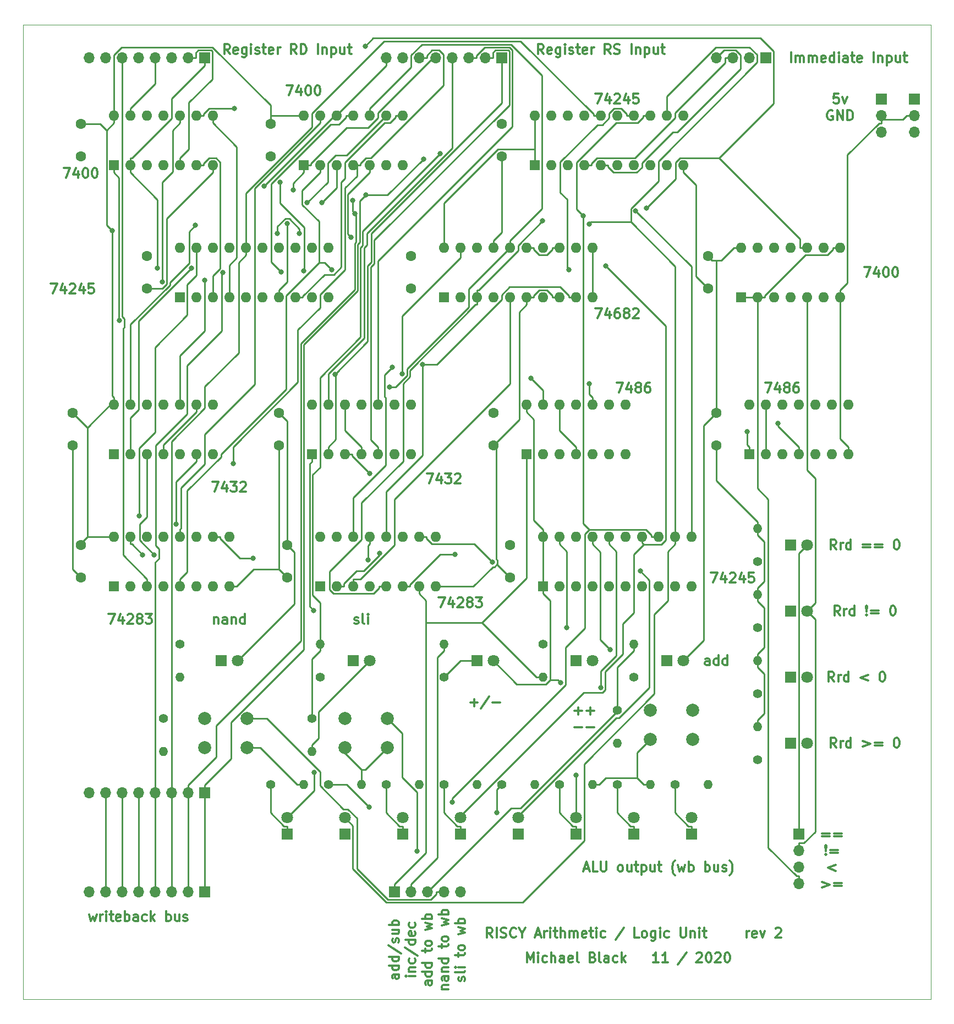
<source format=gtl>
%TF.GenerationSoftware,KiCad,Pcbnew,5.1.6-c6e7f7d~87~ubuntu16.04.1*%
%TF.CreationDate,2020-11-27T02:48:22-05:00*%
%TF.ProjectId,riscyalu,72697363-7961-46c7-952e-6b696361645f,rev?*%
%TF.SameCoordinates,Original*%
%TF.FileFunction,Copper,L1,Top*%
%TF.FilePolarity,Positive*%
%FSLAX46Y46*%
G04 Gerber Fmt 4.6, Leading zero omitted, Abs format (unit mm)*
G04 Created by KiCad (PCBNEW 5.1.6-c6e7f7d~87~ubuntu16.04.1) date 2020-11-27 02:48:22*
%MOMM*%
%LPD*%
G01*
G04 APERTURE LIST*
%TA.AperFunction,Profile*%
%ADD10C,0.100000*%
%TD*%
%TA.AperFunction,NonConductor*%
%ADD11C,0.300000*%
%TD*%
%TA.AperFunction,ComponentPad*%
%ADD12C,2.000000*%
%TD*%
%TA.AperFunction,ComponentPad*%
%ADD13O,1.400000X1.400000*%
%TD*%
%TA.AperFunction,ComponentPad*%
%ADD14C,1.400000*%
%TD*%
%TA.AperFunction,ComponentPad*%
%ADD15O,1.700000X1.700000*%
%TD*%
%TA.AperFunction,ComponentPad*%
%ADD16R,1.700000X1.700000*%
%TD*%
%TA.AperFunction,ComponentPad*%
%ADD17C,1.800000*%
%TD*%
%TA.AperFunction,ComponentPad*%
%ADD18R,1.800000X1.800000*%
%TD*%
%TA.AperFunction,ComponentPad*%
%ADD19O,1.600000X1.600000*%
%TD*%
%TA.AperFunction,ComponentPad*%
%ADD20R,1.600000X1.600000*%
%TD*%
%TA.AperFunction,ComponentPad*%
%ADD21C,1.600000*%
%TD*%
%TA.AperFunction,ViaPad*%
%ADD22C,0.800000*%
%TD*%
%TA.AperFunction,Conductor*%
%ADD23C,0.250000*%
%TD*%
G04 APERTURE END LIST*
D10*
X149860000Y-10160000D02*
X149860000Y-160020000D01*
X10160000Y-10160000D02*
X149860000Y-10160000D01*
X10160000Y-160020000D02*
X10160000Y-10160000D01*
X149860000Y-160020000D02*
X10160000Y-160020000D01*
D11*
X107958571Y-154348571D02*
X107101428Y-154348571D01*
X107530000Y-154348571D02*
X107530000Y-152848571D01*
X107387142Y-153062857D01*
X107244285Y-153205714D01*
X107101428Y-153277142D01*
X109387142Y-154348571D02*
X108530000Y-154348571D01*
X108958571Y-154348571D02*
X108958571Y-152848571D01*
X108815714Y-153062857D01*
X108672857Y-153205714D01*
X108530000Y-153277142D01*
X112244285Y-152777142D02*
X110958571Y-154705714D01*
X113815714Y-152991428D02*
X113887142Y-152920000D01*
X114030000Y-152848571D01*
X114387142Y-152848571D01*
X114530000Y-152920000D01*
X114601428Y-152991428D01*
X114672857Y-153134285D01*
X114672857Y-153277142D01*
X114601428Y-153491428D01*
X113744285Y-154348571D01*
X114672857Y-154348571D01*
X115601428Y-152848571D02*
X115744285Y-152848571D01*
X115887142Y-152920000D01*
X115958571Y-152991428D01*
X116030000Y-153134285D01*
X116101428Y-153420000D01*
X116101428Y-153777142D01*
X116030000Y-154062857D01*
X115958571Y-154205714D01*
X115887142Y-154277142D01*
X115744285Y-154348571D01*
X115601428Y-154348571D01*
X115458571Y-154277142D01*
X115387142Y-154205714D01*
X115315714Y-154062857D01*
X115244285Y-153777142D01*
X115244285Y-153420000D01*
X115315714Y-153134285D01*
X115387142Y-152991428D01*
X115458571Y-152920000D01*
X115601428Y-152848571D01*
X116672857Y-152991428D02*
X116744285Y-152920000D01*
X116887142Y-152848571D01*
X117244285Y-152848571D01*
X117387142Y-152920000D01*
X117458571Y-152991428D01*
X117530000Y-153134285D01*
X117530000Y-153277142D01*
X117458571Y-153491428D01*
X116601428Y-154348571D01*
X117530000Y-154348571D01*
X118458571Y-152848571D02*
X118601428Y-152848571D01*
X118744285Y-152920000D01*
X118815714Y-152991428D01*
X118887142Y-153134285D01*
X118958571Y-153420000D01*
X118958571Y-153777142D01*
X118887142Y-154062857D01*
X118815714Y-154205714D01*
X118744285Y-154277142D01*
X118601428Y-154348571D01*
X118458571Y-154348571D01*
X118315714Y-154277142D01*
X118244285Y-154205714D01*
X118172857Y-154062857D01*
X118101428Y-153777142D01*
X118101428Y-153420000D01*
X118172857Y-153134285D01*
X118244285Y-152991428D01*
X118315714Y-152920000D01*
X118458571Y-152848571D01*
X87714285Y-154348571D02*
X87714285Y-152848571D01*
X88214285Y-153920000D01*
X88714285Y-152848571D01*
X88714285Y-154348571D01*
X89428571Y-154348571D02*
X89428571Y-153348571D01*
X89428571Y-152848571D02*
X89357142Y-152920000D01*
X89428571Y-152991428D01*
X89500000Y-152920000D01*
X89428571Y-152848571D01*
X89428571Y-152991428D01*
X90785714Y-154277142D02*
X90642857Y-154348571D01*
X90357142Y-154348571D01*
X90214285Y-154277142D01*
X90142857Y-154205714D01*
X90071428Y-154062857D01*
X90071428Y-153634285D01*
X90142857Y-153491428D01*
X90214285Y-153420000D01*
X90357142Y-153348571D01*
X90642857Y-153348571D01*
X90785714Y-153420000D01*
X91428571Y-154348571D02*
X91428571Y-152848571D01*
X92071428Y-154348571D02*
X92071428Y-153562857D01*
X92000000Y-153420000D01*
X91857142Y-153348571D01*
X91642857Y-153348571D01*
X91500000Y-153420000D01*
X91428571Y-153491428D01*
X93428571Y-154348571D02*
X93428571Y-153562857D01*
X93357142Y-153420000D01*
X93214285Y-153348571D01*
X92928571Y-153348571D01*
X92785714Y-153420000D01*
X93428571Y-154277142D02*
X93285714Y-154348571D01*
X92928571Y-154348571D01*
X92785714Y-154277142D01*
X92714285Y-154134285D01*
X92714285Y-153991428D01*
X92785714Y-153848571D01*
X92928571Y-153777142D01*
X93285714Y-153777142D01*
X93428571Y-153705714D01*
X94714285Y-154277142D02*
X94571428Y-154348571D01*
X94285714Y-154348571D01*
X94142857Y-154277142D01*
X94071428Y-154134285D01*
X94071428Y-153562857D01*
X94142857Y-153420000D01*
X94285714Y-153348571D01*
X94571428Y-153348571D01*
X94714285Y-153420000D01*
X94785714Y-153562857D01*
X94785714Y-153705714D01*
X94071428Y-153848571D01*
X95642857Y-154348571D02*
X95500000Y-154277142D01*
X95428571Y-154134285D01*
X95428571Y-152848571D01*
X97857142Y-153562857D02*
X98071428Y-153634285D01*
X98142857Y-153705714D01*
X98214285Y-153848571D01*
X98214285Y-154062857D01*
X98142857Y-154205714D01*
X98071428Y-154277142D01*
X97928571Y-154348571D01*
X97357142Y-154348571D01*
X97357142Y-152848571D01*
X97857142Y-152848571D01*
X98000000Y-152920000D01*
X98071428Y-152991428D01*
X98142857Y-153134285D01*
X98142857Y-153277142D01*
X98071428Y-153420000D01*
X98000000Y-153491428D01*
X97857142Y-153562857D01*
X97357142Y-153562857D01*
X99071428Y-154348571D02*
X98928571Y-154277142D01*
X98857142Y-154134285D01*
X98857142Y-152848571D01*
X100285714Y-154348571D02*
X100285714Y-153562857D01*
X100214285Y-153420000D01*
X100071428Y-153348571D01*
X99785714Y-153348571D01*
X99642857Y-153420000D01*
X100285714Y-154277142D02*
X100142857Y-154348571D01*
X99785714Y-154348571D01*
X99642857Y-154277142D01*
X99571428Y-154134285D01*
X99571428Y-153991428D01*
X99642857Y-153848571D01*
X99785714Y-153777142D01*
X100142857Y-153777142D01*
X100285714Y-153705714D01*
X101642857Y-154277142D02*
X101499999Y-154348571D01*
X101214285Y-154348571D01*
X101071428Y-154277142D01*
X100999999Y-154205714D01*
X100928571Y-154062857D01*
X100928571Y-153634285D01*
X100999999Y-153491428D01*
X101071428Y-153420000D01*
X101214285Y-153348571D01*
X101499999Y-153348571D01*
X101642857Y-153420000D01*
X102285714Y-154348571D02*
X102285714Y-152848571D01*
X102428571Y-153777142D02*
X102857142Y-154348571D01*
X102857142Y-153348571D02*
X102285714Y-153920000D01*
X82389999Y-150538571D02*
X81889999Y-149824285D01*
X81532857Y-150538571D02*
X81532857Y-149038571D01*
X82104285Y-149038571D01*
X82247142Y-149110000D01*
X82318571Y-149181428D01*
X82389999Y-149324285D01*
X82389999Y-149538571D01*
X82318571Y-149681428D01*
X82247142Y-149752857D01*
X82104285Y-149824285D01*
X81532857Y-149824285D01*
X83032857Y-150538571D02*
X83032857Y-149038571D01*
X83675714Y-150467142D02*
X83889999Y-150538571D01*
X84247142Y-150538571D01*
X84389999Y-150467142D01*
X84461428Y-150395714D01*
X84532857Y-150252857D01*
X84532857Y-150110000D01*
X84461428Y-149967142D01*
X84389999Y-149895714D01*
X84247142Y-149824285D01*
X83961428Y-149752857D01*
X83818571Y-149681428D01*
X83747142Y-149610000D01*
X83675714Y-149467142D01*
X83675714Y-149324285D01*
X83747142Y-149181428D01*
X83818571Y-149110000D01*
X83961428Y-149038571D01*
X84318571Y-149038571D01*
X84532857Y-149110000D01*
X86032857Y-150395714D02*
X85961428Y-150467142D01*
X85747142Y-150538571D01*
X85604285Y-150538571D01*
X85389999Y-150467142D01*
X85247142Y-150324285D01*
X85175714Y-150181428D01*
X85104285Y-149895714D01*
X85104285Y-149681428D01*
X85175714Y-149395714D01*
X85247142Y-149252857D01*
X85389999Y-149110000D01*
X85604285Y-149038571D01*
X85747142Y-149038571D01*
X85961428Y-149110000D01*
X86032857Y-149181428D01*
X86961428Y-149824285D02*
X86961428Y-150538571D01*
X86461428Y-149038571D02*
X86961428Y-149824285D01*
X87461428Y-149038571D01*
X89032857Y-150110000D02*
X89747142Y-150110000D01*
X88889999Y-150538571D02*
X89389999Y-149038571D01*
X89889999Y-150538571D01*
X90389999Y-150538571D02*
X90389999Y-149538571D01*
X90389999Y-149824285D02*
X90461428Y-149681428D01*
X90532857Y-149610000D01*
X90675714Y-149538571D01*
X90818571Y-149538571D01*
X91318571Y-150538571D02*
X91318571Y-149538571D01*
X91318571Y-149038571D02*
X91247142Y-149110000D01*
X91318571Y-149181428D01*
X91389999Y-149110000D01*
X91318571Y-149038571D01*
X91318571Y-149181428D01*
X91818571Y-149538571D02*
X92389999Y-149538571D01*
X92032857Y-149038571D02*
X92032857Y-150324285D01*
X92104285Y-150467142D01*
X92247142Y-150538571D01*
X92389999Y-150538571D01*
X92889999Y-150538571D02*
X92889999Y-149038571D01*
X93532857Y-150538571D02*
X93532857Y-149752857D01*
X93461428Y-149610000D01*
X93318571Y-149538571D01*
X93104285Y-149538571D01*
X92961428Y-149610000D01*
X92889999Y-149681428D01*
X94247142Y-150538571D02*
X94247142Y-149538571D01*
X94247142Y-149681428D02*
X94318571Y-149610000D01*
X94461428Y-149538571D01*
X94675714Y-149538571D01*
X94818571Y-149610000D01*
X94889999Y-149752857D01*
X94889999Y-150538571D01*
X94889999Y-149752857D02*
X94961428Y-149610000D01*
X95104285Y-149538571D01*
X95318571Y-149538571D01*
X95461428Y-149610000D01*
X95532857Y-149752857D01*
X95532857Y-150538571D01*
X96818571Y-150467142D02*
X96675714Y-150538571D01*
X96389999Y-150538571D01*
X96247142Y-150467142D01*
X96175714Y-150324285D01*
X96175714Y-149752857D01*
X96247142Y-149610000D01*
X96389999Y-149538571D01*
X96675714Y-149538571D01*
X96818571Y-149610000D01*
X96889999Y-149752857D01*
X96889999Y-149895714D01*
X96175714Y-150038571D01*
X97318571Y-149538571D02*
X97889999Y-149538571D01*
X97532857Y-149038571D02*
X97532857Y-150324285D01*
X97604285Y-150467142D01*
X97747142Y-150538571D01*
X97889999Y-150538571D01*
X98389999Y-150538571D02*
X98389999Y-149538571D01*
X98389999Y-149038571D02*
X98318571Y-149110000D01*
X98389999Y-149181428D01*
X98461428Y-149110000D01*
X98389999Y-149038571D01*
X98389999Y-149181428D01*
X99747142Y-150467142D02*
X99604285Y-150538571D01*
X99318571Y-150538571D01*
X99175714Y-150467142D01*
X99104285Y-150395714D01*
X99032857Y-150252857D01*
X99032857Y-149824285D01*
X99104285Y-149681428D01*
X99175714Y-149610000D01*
X99318571Y-149538571D01*
X99604285Y-149538571D01*
X99747142Y-149610000D01*
X102604285Y-148967142D02*
X101318571Y-150895714D01*
X104961428Y-150538571D02*
X104247142Y-150538571D01*
X104247142Y-149038571D01*
X105675714Y-150538571D02*
X105532857Y-150467142D01*
X105461428Y-150395714D01*
X105389999Y-150252857D01*
X105389999Y-149824285D01*
X105461428Y-149681428D01*
X105532857Y-149610000D01*
X105675714Y-149538571D01*
X105889999Y-149538571D01*
X106032857Y-149610000D01*
X106104285Y-149681428D01*
X106175714Y-149824285D01*
X106175714Y-150252857D01*
X106104285Y-150395714D01*
X106032857Y-150467142D01*
X105889999Y-150538571D01*
X105675714Y-150538571D01*
X107461428Y-149538571D02*
X107461428Y-150752857D01*
X107389999Y-150895714D01*
X107318571Y-150967142D01*
X107175714Y-151038571D01*
X106961428Y-151038571D01*
X106818571Y-150967142D01*
X107461428Y-150467142D02*
X107318571Y-150538571D01*
X107032857Y-150538571D01*
X106889999Y-150467142D01*
X106818571Y-150395714D01*
X106747142Y-150252857D01*
X106747142Y-149824285D01*
X106818571Y-149681428D01*
X106889999Y-149610000D01*
X107032857Y-149538571D01*
X107318571Y-149538571D01*
X107461428Y-149610000D01*
X108175714Y-150538571D02*
X108175714Y-149538571D01*
X108175714Y-149038571D02*
X108104285Y-149110000D01*
X108175714Y-149181428D01*
X108247142Y-149110000D01*
X108175714Y-149038571D01*
X108175714Y-149181428D01*
X109532857Y-150467142D02*
X109389999Y-150538571D01*
X109104285Y-150538571D01*
X108961428Y-150467142D01*
X108889999Y-150395714D01*
X108818571Y-150252857D01*
X108818571Y-149824285D01*
X108889999Y-149681428D01*
X108961428Y-149610000D01*
X109104285Y-149538571D01*
X109389999Y-149538571D01*
X109532857Y-149610000D01*
X111318571Y-149038571D02*
X111318571Y-150252857D01*
X111389999Y-150395714D01*
X111461428Y-150467142D01*
X111604285Y-150538571D01*
X111889999Y-150538571D01*
X112032857Y-150467142D01*
X112104285Y-150395714D01*
X112175714Y-150252857D01*
X112175714Y-149038571D01*
X112889999Y-149538571D02*
X112889999Y-150538571D01*
X112889999Y-149681428D02*
X112961428Y-149610000D01*
X113104285Y-149538571D01*
X113318571Y-149538571D01*
X113461428Y-149610000D01*
X113532857Y-149752857D01*
X113532857Y-150538571D01*
X114247142Y-150538571D02*
X114247142Y-149538571D01*
X114247142Y-149038571D02*
X114175714Y-149110000D01*
X114247142Y-149181428D01*
X114318571Y-149110000D01*
X114247142Y-149038571D01*
X114247142Y-149181428D01*
X114747142Y-149538571D02*
X115318571Y-149538571D01*
X114961428Y-149038571D02*
X114961428Y-150324285D01*
X115032857Y-150467142D01*
X115175714Y-150538571D01*
X115318571Y-150538571D01*
X121532857Y-150538571D02*
X121532857Y-149538571D01*
X121532857Y-149824285D02*
X121604285Y-149681428D01*
X121675714Y-149610000D01*
X121818571Y-149538571D01*
X121961428Y-149538571D01*
X123032857Y-150467142D02*
X122889999Y-150538571D01*
X122604285Y-150538571D01*
X122461428Y-150467142D01*
X122389999Y-150324285D01*
X122389999Y-149752857D01*
X122461428Y-149610000D01*
X122604285Y-149538571D01*
X122889999Y-149538571D01*
X123032857Y-149610000D01*
X123104285Y-149752857D01*
X123104285Y-149895714D01*
X122389999Y-150038571D01*
X123604285Y-149538571D02*
X123961428Y-150538571D01*
X124318571Y-149538571D01*
X125961428Y-149181428D02*
X126032857Y-149110000D01*
X126175714Y-149038571D01*
X126532857Y-149038571D01*
X126675714Y-149110000D01*
X126747142Y-149181428D01*
X126818571Y-149324285D01*
X126818571Y-149467142D01*
X126747142Y-149681428D01*
X125889999Y-150538571D01*
X126818571Y-150538571D01*
X115804285Y-108628571D02*
X115804285Y-107842857D01*
X115732857Y-107700000D01*
X115590000Y-107628571D01*
X115304285Y-107628571D01*
X115161428Y-107700000D01*
X115804285Y-108557142D02*
X115661428Y-108628571D01*
X115304285Y-108628571D01*
X115161428Y-108557142D01*
X115090000Y-108414285D01*
X115090000Y-108271428D01*
X115161428Y-108128571D01*
X115304285Y-108057142D01*
X115661428Y-108057142D01*
X115804285Y-107985714D01*
X117161428Y-108628571D02*
X117161428Y-107128571D01*
X117161428Y-108557142D02*
X117018571Y-108628571D01*
X116732857Y-108628571D01*
X116590000Y-108557142D01*
X116518571Y-108485714D01*
X116447142Y-108342857D01*
X116447142Y-107914285D01*
X116518571Y-107771428D01*
X116590000Y-107700000D01*
X116732857Y-107628571D01*
X117018571Y-107628571D01*
X117161428Y-107700000D01*
X118518571Y-108628571D02*
X118518571Y-107128571D01*
X118518571Y-108557142D02*
X118375714Y-108628571D01*
X118090000Y-108628571D01*
X117947142Y-108557142D01*
X117875714Y-108485714D01*
X117804285Y-108342857D01*
X117804285Y-107914285D01*
X117875714Y-107771428D01*
X117947142Y-107700000D01*
X118090000Y-107628571D01*
X118375714Y-107628571D01*
X118518571Y-107700000D01*
X95020000Y-115672142D02*
X96162857Y-115672142D01*
X95591428Y-116243571D02*
X95591428Y-115100714D01*
X96877142Y-115672142D02*
X98020000Y-115672142D01*
X97448571Y-116243571D02*
X97448571Y-115100714D01*
X95020000Y-118222142D02*
X96162857Y-118222142D01*
X96877142Y-118222142D02*
X98020000Y-118222142D01*
X78994285Y-114407142D02*
X80137142Y-114407142D01*
X79565714Y-114978571D02*
X79565714Y-113835714D01*
X81922857Y-113407142D02*
X80637142Y-115335714D01*
X82422857Y-114407142D02*
X83565714Y-114407142D01*
X61158571Y-102207142D02*
X61301428Y-102278571D01*
X61587142Y-102278571D01*
X61730000Y-102207142D01*
X61801428Y-102064285D01*
X61801428Y-101992857D01*
X61730000Y-101850000D01*
X61587142Y-101778571D01*
X61372857Y-101778571D01*
X61230000Y-101707142D01*
X61158571Y-101564285D01*
X61158571Y-101492857D01*
X61230000Y-101350000D01*
X61372857Y-101278571D01*
X61587142Y-101278571D01*
X61730000Y-101350000D01*
X62658571Y-102278571D02*
X62515714Y-102207142D01*
X62444285Y-102064285D01*
X62444285Y-100778571D01*
X63230000Y-102278571D02*
X63230000Y-101278571D01*
X63230000Y-100778571D02*
X63158571Y-100850000D01*
X63230000Y-100921428D01*
X63301428Y-100850000D01*
X63230000Y-100778571D01*
X63230000Y-100921428D01*
X39552857Y-101278571D02*
X39552857Y-102278571D01*
X39552857Y-101421428D02*
X39624285Y-101350000D01*
X39767142Y-101278571D01*
X39981428Y-101278571D01*
X40124285Y-101350000D01*
X40195714Y-101492857D01*
X40195714Y-102278571D01*
X41552857Y-102278571D02*
X41552857Y-101492857D01*
X41481428Y-101350000D01*
X41338571Y-101278571D01*
X41052857Y-101278571D01*
X40910000Y-101350000D01*
X41552857Y-102207142D02*
X41410000Y-102278571D01*
X41052857Y-102278571D01*
X40910000Y-102207142D01*
X40838571Y-102064285D01*
X40838571Y-101921428D01*
X40910000Y-101778571D01*
X41052857Y-101707142D01*
X41410000Y-101707142D01*
X41552857Y-101635714D01*
X42267142Y-101278571D02*
X42267142Y-102278571D01*
X42267142Y-101421428D02*
X42338571Y-101350000D01*
X42481428Y-101278571D01*
X42695714Y-101278571D01*
X42838571Y-101350000D01*
X42910000Y-101492857D01*
X42910000Y-102278571D01*
X44267142Y-102278571D02*
X44267142Y-100778571D01*
X44267142Y-102207142D02*
X44124285Y-102278571D01*
X43838571Y-102278571D01*
X43695714Y-102207142D01*
X43624285Y-102135714D01*
X43552857Y-101992857D01*
X43552857Y-101564285D01*
X43624285Y-101421428D01*
X43695714Y-101350000D01*
X43838571Y-101278571D01*
X44124285Y-101278571D01*
X44267142Y-101350000D01*
X67968571Y-156185714D02*
X67182857Y-156185714D01*
X67040000Y-156257142D01*
X66968571Y-156400000D01*
X66968571Y-156685714D01*
X67040000Y-156828571D01*
X67897142Y-156185714D02*
X67968571Y-156328571D01*
X67968571Y-156685714D01*
X67897142Y-156828571D01*
X67754285Y-156900000D01*
X67611428Y-156900000D01*
X67468571Y-156828571D01*
X67397142Y-156685714D01*
X67397142Y-156328571D01*
X67325714Y-156185714D01*
X67968571Y-154828571D02*
X66468571Y-154828571D01*
X67897142Y-154828571D02*
X67968571Y-154971428D01*
X67968571Y-155257142D01*
X67897142Y-155400000D01*
X67825714Y-155471428D01*
X67682857Y-155542857D01*
X67254285Y-155542857D01*
X67111428Y-155471428D01*
X67040000Y-155400000D01*
X66968571Y-155257142D01*
X66968571Y-154971428D01*
X67040000Y-154828571D01*
X67968571Y-153471428D02*
X66468571Y-153471428D01*
X67897142Y-153471428D02*
X67968571Y-153614285D01*
X67968571Y-153900000D01*
X67897142Y-154042857D01*
X67825714Y-154114285D01*
X67682857Y-154185714D01*
X67254285Y-154185714D01*
X67111428Y-154114285D01*
X67040000Y-154042857D01*
X66968571Y-153900000D01*
X66968571Y-153614285D01*
X67040000Y-153471428D01*
X66397142Y-151685714D02*
X68325714Y-152971428D01*
X67897142Y-151257142D02*
X67968571Y-151114285D01*
X67968571Y-150828571D01*
X67897142Y-150685714D01*
X67754285Y-150614285D01*
X67682857Y-150614285D01*
X67540000Y-150685714D01*
X67468571Y-150828571D01*
X67468571Y-151042857D01*
X67397142Y-151185714D01*
X67254285Y-151257142D01*
X67182857Y-151257142D01*
X67040000Y-151185714D01*
X66968571Y-151042857D01*
X66968571Y-150828571D01*
X67040000Y-150685714D01*
X66968571Y-149328571D02*
X67968571Y-149328571D01*
X66968571Y-149971428D02*
X67754285Y-149971428D01*
X67897142Y-149900000D01*
X67968571Y-149757142D01*
X67968571Y-149542857D01*
X67897142Y-149400000D01*
X67825714Y-149328571D01*
X67968571Y-148614285D02*
X66468571Y-148614285D01*
X67040000Y-148614285D02*
X66968571Y-148471428D01*
X66968571Y-148185714D01*
X67040000Y-148042857D01*
X67111428Y-147971428D01*
X67254285Y-147900000D01*
X67682857Y-147900000D01*
X67825714Y-147971428D01*
X67897142Y-148042857D01*
X67968571Y-148185714D01*
X67968571Y-148471428D01*
X67897142Y-148614285D01*
X70518571Y-156471428D02*
X69518571Y-156471428D01*
X69018571Y-156471428D02*
X69090000Y-156542857D01*
X69161428Y-156471428D01*
X69090000Y-156400000D01*
X69018571Y-156471428D01*
X69161428Y-156471428D01*
X69518571Y-155757142D02*
X70518571Y-155757142D01*
X69661428Y-155757142D02*
X69590000Y-155685714D01*
X69518571Y-155542857D01*
X69518571Y-155328571D01*
X69590000Y-155185714D01*
X69732857Y-155114285D01*
X70518571Y-155114285D01*
X70447142Y-153757142D02*
X70518571Y-153900000D01*
X70518571Y-154185714D01*
X70447142Y-154328571D01*
X70375714Y-154400000D01*
X70232857Y-154471428D01*
X69804285Y-154471428D01*
X69661428Y-154400000D01*
X69590000Y-154328571D01*
X69518571Y-154185714D01*
X69518571Y-153900000D01*
X69590000Y-153757142D01*
X68947142Y-152042857D02*
X70875714Y-153328571D01*
X70518571Y-150900000D02*
X69018571Y-150900000D01*
X70447142Y-150900000D02*
X70518571Y-151042857D01*
X70518571Y-151328571D01*
X70447142Y-151471428D01*
X70375714Y-151542857D01*
X70232857Y-151614285D01*
X69804285Y-151614285D01*
X69661428Y-151542857D01*
X69590000Y-151471428D01*
X69518571Y-151328571D01*
X69518571Y-151042857D01*
X69590000Y-150900000D01*
X70447142Y-149614285D02*
X70518571Y-149757142D01*
X70518571Y-150042857D01*
X70447142Y-150185714D01*
X70304285Y-150257142D01*
X69732857Y-150257142D01*
X69590000Y-150185714D01*
X69518571Y-150042857D01*
X69518571Y-149757142D01*
X69590000Y-149614285D01*
X69732857Y-149542857D01*
X69875714Y-149542857D01*
X70018571Y-150257142D01*
X70447142Y-148257142D02*
X70518571Y-148400000D01*
X70518571Y-148685714D01*
X70447142Y-148828571D01*
X70375714Y-148900000D01*
X70232857Y-148971428D01*
X69804285Y-148971428D01*
X69661428Y-148900000D01*
X69590000Y-148828571D01*
X69518571Y-148685714D01*
X69518571Y-148400000D01*
X69590000Y-148257142D01*
X73068571Y-157150000D02*
X72282857Y-157150000D01*
X72140000Y-157221428D01*
X72068571Y-157364285D01*
X72068571Y-157650000D01*
X72140000Y-157792857D01*
X72997142Y-157150000D02*
X73068571Y-157292857D01*
X73068571Y-157650000D01*
X72997142Y-157792857D01*
X72854285Y-157864285D01*
X72711428Y-157864285D01*
X72568571Y-157792857D01*
X72497142Y-157650000D01*
X72497142Y-157292857D01*
X72425714Y-157150000D01*
X73068571Y-155792857D02*
X71568571Y-155792857D01*
X72997142Y-155792857D02*
X73068571Y-155935714D01*
X73068571Y-156221428D01*
X72997142Y-156364285D01*
X72925714Y-156435714D01*
X72782857Y-156507142D01*
X72354285Y-156507142D01*
X72211428Y-156435714D01*
X72140000Y-156364285D01*
X72068571Y-156221428D01*
X72068571Y-155935714D01*
X72140000Y-155792857D01*
X73068571Y-154435714D02*
X71568571Y-154435714D01*
X72997142Y-154435714D02*
X73068571Y-154578571D01*
X73068571Y-154864285D01*
X72997142Y-155007142D01*
X72925714Y-155078571D01*
X72782857Y-155150000D01*
X72354285Y-155150000D01*
X72211428Y-155078571D01*
X72140000Y-155007142D01*
X72068571Y-154864285D01*
X72068571Y-154578571D01*
X72140000Y-154435714D01*
X72068571Y-152792857D02*
X72068571Y-152221428D01*
X71568571Y-152578571D02*
X72854285Y-152578571D01*
X72997142Y-152507142D01*
X73068571Y-152364285D01*
X73068571Y-152221428D01*
X73068571Y-151507142D02*
X72997142Y-151650000D01*
X72925714Y-151721428D01*
X72782857Y-151792857D01*
X72354285Y-151792857D01*
X72211428Y-151721428D01*
X72140000Y-151650000D01*
X72068571Y-151507142D01*
X72068571Y-151292857D01*
X72140000Y-151150000D01*
X72211428Y-151078571D01*
X72354285Y-151007142D01*
X72782857Y-151007142D01*
X72925714Y-151078571D01*
X72997142Y-151150000D01*
X73068571Y-151292857D01*
X73068571Y-151507142D01*
X72068571Y-149364285D02*
X73068571Y-149078571D01*
X72354285Y-148792857D01*
X73068571Y-148507142D01*
X72068571Y-148221428D01*
X73068571Y-147650000D02*
X71568571Y-147650000D01*
X72140000Y-147650000D02*
X72068571Y-147507142D01*
X72068571Y-147221428D01*
X72140000Y-147078571D01*
X72211428Y-147007142D01*
X72354285Y-146935714D01*
X72782857Y-146935714D01*
X72925714Y-147007142D01*
X72997142Y-147078571D01*
X73068571Y-147221428D01*
X73068571Y-147507142D01*
X72997142Y-147650000D01*
X74618571Y-158471428D02*
X75618571Y-158471428D01*
X74761428Y-158471428D02*
X74690000Y-158400000D01*
X74618571Y-158257142D01*
X74618571Y-158042857D01*
X74690000Y-157900000D01*
X74832857Y-157828571D01*
X75618571Y-157828571D01*
X75618571Y-156471428D02*
X74832857Y-156471428D01*
X74690000Y-156542857D01*
X74618571Y-156685714D01*
X74618571Y-156971428D01*
X74690000Y-157114285D01*
X75547142Y-156471428D02*
X75618571Y-156614285D01*
X75618571Y-156971428D01*
X75547142Y-157114285D01*
X75404285Y-157185714D01*
X75261428Y-157185714D01*
X75118571Y-157114285D01*
X75047142Y-156971428D01*
X75047142Y-156614285D01*
X74975714Y-156471428D01*
X74618571Y-155757142D02*
X75618571Y-155757142D01*
X74761428Y-155757142D02*
X74690000Y-155685714D01*
X74618571Y-155542857D01*
X74618571Y-155328571D01*
X74690000Y-155185714D01*
X74832857Y-155114285D01*
X75618571Y-155114285D01*
X75618571Y-153757142D02*
X74118571Y-153757142D01*
X75547142Y-153757142D02*
X75618571Y-153900000D01*
X75618571Y-154185714D01*
X75547142Y-154328571D01*
X75475714Y-154400000D01*
X75332857Y-154471428D01*
X74904285Y-154471428D01*
X74761428Y-154400000D01*
X74690000Y-154328571D01*
X74618571Y-154185714D01*
X74618571Y-153900000D01*
X74690000Y-153757142D01*
X74618571Y-152114285D02*
X74618571Y-151542857D01*
X74118571Y-151900000D02*
X75404285Y-151900000D01*
X75547142Y-151828571D01*
X75618571Y-151685714D01*
X75618571Y-151542857D01*
X75618571Y-150828571D02*
X75547142Y-150971428D01*
X75475714Y-151042857D01*
X75332857Y-151114285D01*
X74904285Y-151114285D01*
X74761428Y-151042857D01*
X74690000Y-150971428D01*
X74618571Y-150828571D01*
X74618571Y-150614285D01*
X74690000Y-150471428D01*
X74761428Y-150400000D01*
X74904285Y-150328571D01*
X75332857Y-150328571D01*
X75475714Y-150400000D01*
X75547142Y-150471428D01*
X75618571Y-150614285D01*
X75618571Y-150828571D01*
X74618571Y-148685714D02*
X75618571Y-148400000D01*
X74904285Y-148114285D01*
X75618571Y-147828571D01*
X74618571Y-147542857D01*
X75618571Y-146971428D02*
X74118571Y-146971428D01*
X74690000Y-146971428D02*
X74618571Y-146828571D01*
X74618571Y-146542857D01*
X74690000Y-146400000D01*
X74761428Y-146328571D01*
X74904285Y-146257142D01*
X75332857Y-146257142D01*
X75475714Y-146328571D01*
X75547142Y-146400000D01*
X75618571Y-146542857D01*
X75618571Y-146828571D01*
X75547142Y-146971428D01*
X78097142Y-157185714D02*
X78168571Y-157042857D01*
X78168571Y-156757142D01*
X78097142Y-156614285D01*
X77954285Y-156542857D01*
X77882857Y-156542857D01*
X77740000Y-156614285D01*
X77668571Y-156757142D01*
X77668571Y-156971428D01*
X77597142Y-157114285D01*
X77454285Y-157185714D01*
X77382857Y-157185714D01*
X77240000Y-157114285D01*
X77168571Y-156971428D01*
X77168571Y-156757142D01*
X77240000Y-156614285D01*
X78168571Y-155685714D02*
X78097142Y-155828571D01*
X77954285Y-155900000D01*
X76668571Y-155900000D01*
X78168571Y-155114285D02*
X77168571Y-155114285D01*
X76668571Y-155114285D02*
X76740000Y-155185714D01*
X76811428Y-155114285D01*
X76740000Y-155042857D01*
X76668571Y-155114285D01*
X76811428Y-155114285D01*
X77168571Y-153471428D02*
X77168571Y-152900000D01*
X76668571Y-153257142D02*
X77954285Y-153257142D01*
X78097142Y-153185714D01*
X78168571Y-153042857D01*
X78168571Y-152900000D01*
X78168571Y-152185714D02*
X78097142Y-152328571D01*
X78025714Y-152400000D01*
X77882857Y-152471428D01*
X77454285Y-152471428D01*
X77311428Y-152400000D01*
X77240000Y-152328571D01*
X77168571Y-152185714D01*
X77168571Y-151971428D01*
X77240000Y-151828571D01*
X77311428Y-151757142D01*
X77454285Y-151685714D01*
X77882857Y-151685714D01*
X78025714Y-151757142D01*
X78097142Y-151828571D01*
X78168571Y-151971428D01*
X78168571Y-152185714D01*
X77168571Y-150042857D02*
X78168571Y-149757142D01*
X77454285Y-149471428D01*
X78168571Y-149185714D01*
X77168571Y-148900000D01*
X78168571Y-148328571D02*
X76668571Y-148328571D01*
X77240000Y-148328571D02*
X77168571Y-148185714D01*
X77168571Y-147900000D01*
X77240000Y-147757142D01*
X77311428Y-147685714D01*
X77454285Y-147614285D01*
X77882857Y-147614285D01*
X78025714Y-147685714D01*
X78097142Y-147757142D01*
X78168571Y-147900000D01*
X78168571Y-148185714D01*
X78097142Y-148328571D01*
X96485714Y-139950000D02*
X97200000Y-139950000D01*
X96342857Y-140378571D02*
X96842857Y-138878571D01*
X97342857Y-140378571D01*
X98557142Y-140378571D02*
X97842857Y-140378571D01*
X97842857Y-138878571D01*
X99057142Y-138878571D02*
X99057142Y-140092857D01*
X99128571Y-140235714D01*
X99200000Y-140307142D01*
X99342857Y-140378571D01*
X99628571Y-140378571D01*
X99771428Y-140307142D01*
X99842857Y-140235714D01*
X99914285Y-140092857D01*
X99914285Y-138878571D01*
X101985714Y-140378571D02*
X101842857Y-140307142D01*
X101771428Y-140235714D01*
X101700000Y-140092857D01*
X101700000Y-139664285D01*
X101771428Y-139521428D01*
X101842857Y-139450000D01*
X101985714Y-139378571D01*
X102200000Y-139378571D01*
X102342857Y-139450000D01*
X102414285Y-139521428D01*
X102485714Y-139664285D01*
X102485714Y-140092857D01*
X102414285Y-140235714D01*
X102342857Y-140307142D01*
X102200000Y-140378571D01*
X101985714Y-140378571D01*
X103771428Y-139378571D02*
X103771428Y-140378571D01*
X103128571Y-139378571D02*
X103128571Y-140164285D01*
X103200000Y-140307142D01*
X103342857Y-140378571D01*
X103557142Y-140378571D01*
X103700000Y-140307142D01*
X103771428Y-140235714D01*
X104271428Y-139378571D02*
X104842857Y-139378571D01*
X104485714Y-138878571D02*
X104485714Y-140164285D01*
X104557142Y-140307142D01*
X104700000Y-140378571D01*
X104842857Y-140378571D01*
X105342857Y-139378571D02*
X105342857Y-140878571D01*
X105342857Y-139450000D02*
X105485714Y-139378571D01*
X105771428Y-139378571D01*
X105914285Y-139450000D01*
X105985714Y-139521428D01*
X106057142Y-139664285D01*
X106057142Y-140092857D01*
X105985714Y-140235714D01*
X105914285Y-140307142D01*
X105771428Y-140378571D01*
X105485714Y-140378571D01*
X105342857Y-140307142D01*
X107342857Y-139378571D02*
X107342857Y-140378571D01*
X106700000Y-139378571D02*
X106700000Y-140164285D01*
X106771428Y-140307142D01*
X106914285Y-140378571D01*
X107128571Y-140378571D01*
X107271428Y-140307142D01*
X107342857Y-140235714D01*
X107842857Y-139378571D02*
X108414285Y-139378571D01*
X108057142Y-138878571D02*
X108057142Y-140164285D01*
X108128571Y-140307142D01*
X108271428Y-140378571D01*
X108414285Y-140378571D01*
X110485714Y-140950000D02*
X110414285Y-140878571D01*
X110271428Y-140664285D01*
X110200000Y-140521428D01*
X110128571Y-140307142D01*
X110057142Y-139950000D01*
X110057142Y-139664285D01*
X110128571Y-139307142D01*
X110200000Y-139092857D01*
X110271428Y-138950000D01*
X110414285Y-138735714D01*
X110485714Y-138664285D01*
X110914285Y-139378571D02*
X111200000Y-140378571D01*
X111485714Y-139664285D01*
X111771428Y-140378571D01*
X112057142Y-139378571D01*
X112628571Y-140378571D02*
X112628571Y-138878571D01*
X112628571Y-139450000D02*
X112771428Y-139378571D01*
X113057142Y-139378571D01*
X113200000Y-139450000D01*
X113271428Y-139521428D01*
X113342857Y-139664285D01*
X113342857Y-140092857D01*
X113271428Y-140235714D01*
X113200000Y-140307142D01*
X113057142Y-140378571D01*
X112771428Y-140378571D01*
X112628571Y-140307142D01*
X115128571Y-140378571D02*
X115128571Y-138878571D01*
X115128571Y-139450000D02*
X115271428Y-139378571D01*
X115557142Y-139378571D01*
X115700000Y-139450000D01*
X115771428Y-139521428D01*
X115842857Y-139664285D01*
X115842857Y-140092857D01*
X115771428Y-140235714D01*
X115700000Y-140307142D01*
X115557142Y-140378571D01*
X115271428Y-140378571D01*
X115128571Y-140307142D01*
X117128571Y-139378571D02*
X117128571Y-140378571D01*
X116485714Y-139378571D02*
X116485714Y-140164285D01*
X116557142Y-140307142D01*
X116700000Y-140378571D01*
X116914285Y-140378571D01*
X117057142Y-140307142D01*
X117128571Y-140235714D01*
X117771428Y-140307142D02*
X117914285Y-140378571D01*
X118200000Y-140378571D01*
X118342857Y-140307142D01*
X118414285Y-140164285D01*
X118414285Y-140092857D01*
X118342857Y-139950000D01*
X118200000Y-139878571D01*
X117985714Y-139878571D01*
X117842857Y-139807142D01*
X117771428Y-139664285D01*
X117771428Y-139592857D01*
X117842857Y-139450000D01*
X117985714Y-139378571D01*
X118200000Y-139378571D01*
X118342857Y-139450000D01*
X118914285Y-140950000D02*
X118985714Y-140878571D01*
X119128571Y-140664285D01*
X119200000Y-140521428D01*
X119271428Y-140307142D01*
X119342857Y-139950000D01*
X119342857Y-139664285D01*
X119271428Y-139307142D01*
X119200000Y-139092857D01*
X119128571Y-138950000D01*
X118985714Y-138735714D01*
X118914285Y-138664285D01*
X20332857Y-146998571D02*
X20618571Y-147998571D01*
X20904285Y-147284285D01*
X21190000Y-147998571D01*
X21475714Y-146998571D01*
X22047142Y-147998571D02*
X22047142Y-146998571D01*
X22047142Y-147284285D02*
X22118571Y-147141428D01*
X22190000Y-147070000D01*
X22332857Y-146998571D01*
X22475714Y-146998571D01*
X22975714Y-147998571D02*
X22975714Y-146998571D01*
X22975714Y-146498571D02*
X22904285Y-146570000D01*
X22975714Y-146641428D01*
X23047142Y-146570000D01*
X22975714Y-146498571D01*
X22975714Y-146641428D01*
X23475714Y-146998571D02*
X24047142Y-146998571D01*
X23690000Y-146498571D02*
X23690000Y-147784285D01*
X23761428Y-147927142D01*
X23904285Y-147998571D01*
X24047142Y-147998571D01*
X25118571Y-147927142D02*
X24975714Y-147998571D01*
X24690000Y-147998571D01*
X24547142Y-147927142D01*
X24475714Y-147784285D01*
X24475714Y-147212857D01*
X24547142Y-147070000D01*
X24690000Y-146998571D01*
X24975714Y-146998571D01*
X25118571Y-147070000D01*
X25190000Y-147212857D01*
X25190000Y-147355714D01*
X24475714Y-147498571D01*
X25832857Y-147998571D02*
X25832857Y-146498571D01*
X25832857Y-147070000D02*
X25975714Y-146998571D01*
X26261428Y-146998571D01*
X26404285Y-147070000D01*
X26475714Y-147141428D01*
X26547142Y-147284285D01*
X26547142Y-147712857D01*
X26475714Y-147855714D01*
X26404285Y-147927142D01*
X26261428Y-147998571D01*
X25975714Y-147998571D01*
X25832857Y-147927142D01*
X27832857Y-147998571D02*
X27832857Y-147212857D01*
X27761428Y-147070000D01*
X27618571Y-146998571D01*
X27332857Y-146998571D01*
X27190000Y-147070000D01*
X27832857Y-147927142D02*
X27690000Y-147998571D01*
X27332857Y-147998571D01*
X27190000Y-147927142D01*
X27118571Y-147784285D01*
X27118571Y-147641428D01*
X27190000Y-147498571D01*
X27332857Y-147427142D01*
X27690000Y-147427142D01*
X27832857Y-147355714D01*
X29190000Y-147927142D02*
X29047142Y-147998571D01*
X28761428Y-147998571D01*
X28618571Y-147927142D01*
X28547142Y-147855714D01*
X28475714Y-147712857D01*
X28475714Y-147284285D01*
X28547142Y-147141428D01*
X28618571Y-147070000D01*
X28761428Y-146998571D01*
X29047142Y-146998571D01*
X29190000Y-147070000D01*
X29832857Y-147998571D02*
X29832857Y-146498571D01*
X29975714Y-147427142D02*
X30404285Y-147998571D01*
X30404285Y-146998571D02*
X29832857Y-147570000D01*
X32190000Y-147998571D02*
X32190000Y-146498571D01*
X32190000Y-147070000D02*
X32332857Y-146998571D01*
X32618571Y-146998571D01*
X32761428Y-147070000D01*
X32832857Y-147141428D01*
X32904285Y-147284285D01*
X32904285Y-147712857D01*
X32832857Y-147855714D01*
X32761428Y-147927142D01*
X32618571Y-147998571D01*
X32332857Y-147998571D01*
X32190000Y-147927142D01*
X34190000Y-146998571D02*
X34190000Y-147998571D01*
X33547142Y-146998571D02*
X33547142Y-147784285D01*
X33618571Y-147927142D01*
X33761428Y-147998571D01*
X33975714Y-147998571D01*
X34118571Y-147927142D01*
X34190000Y-147855714D01*
X34832857Y-147927142D02*
X34975714Y-147998571D01*
X35261428Y-147998571D01*
X35404285Y-147927142D01*
X35475714Y-147784285D01*
X35475714Y-147712857D01*
X35404285Y-147570000D01*
X35261428Y-147498571D01*
X35047142Y-147498571D01*
X34904285Y-147427142D01*
X34832857Y-147284285D01*
X34832857Y-147212857D01*
X34904285Y-147070000D01*
X35047142Y-146998571D01*
X35261428Y-146998571D01*
X35404285Y-147070000D01*
X133120000Y-134497857D02*
X134262857Y-134497857D01*
X134262857Y-134926428D02*
X133120000Y-134926428D01*
X134977142Y-134497857D02*
X136120000Y-134497857D01*
X136120000Y-134926428D02*
X134977142Y-134926428D01*
X133691428Y-137690714D02*
X133762857Y-137762142D01*
X133691428Y-137833571D01*
X133620000Y-137762142D01*
X133691428Y-137690714D01*
X133691428Y-137833571D01*
X133691428Y-137262142D02*
X133620000Y-136405000D01*
X133691428Y-136333571D01*
X133762857Y-136405000D01*
X133691428Y-137262142D01*
X133691428Y-136333571D01*
X134405714Y-137047857D02*
X135548571Y-137047857D01*
X135548571Y-137476428D02*
X134405714Y-137476428D01*
X135191428Y-139383571D02*
X134048571Y-139812142D01*
X135191428Y-140240714D01*
X133120000Y-141933571D02*
X134262857Y-142362142D01*
X133120000Y-142790714D01*
X134977142Y-142147857D02*
X136120000Y-142147857D01*
X136120000Y-142576428D02*
X134977142Y-142576428D01*
X135307142Y-121328571D02*
X134807142Y-120614285D01*
X134450000Y-121328571D02*
X134450000Y-119828571D01*
X135021428Y-119828571D01*
X135164285Y-119900000D01*
X135235714Y-119971428D01*
X135307142Y-120114285D01*
X135307142Y-120328571D01*
X135235714Y-120471428D01*
X135164285Y-120542857D01*
X135021428Y-120614285D01*
X134450000Y-120614285D01*
X135950000Y-121328571D02*
X135950000Y-120328571D01*
X135950000Y-120614285D02*
X136021428Y-120471428D01*
X136092857Y-120400000D01*
X136235714Y-120328571D01*
X136378571Y-120328571D01*
X137521428Y-121328571D02*
X137521428Y-119828571D01*
X137521428Y-121257142D02*
X137378571Y-121328571D01*
X137092857Y-121328571D01*
X136950000Y-121257142D01*
X136878571Y-121185714D01*
X136807142Y-121042857D01*
X136807142Y-120614285D01*
X136878571Y-120471428D01*
X136950000Y-120400000D01*
X137092857Y-120328571D01*
X137378571Y-120328571D01*
X137521428Y-120400000D01*
X139378571Y-120328571D02*
X140521428Y-120757142D01*
X139378571Y-121185714D01*
X141235714Y-120542857D02*
X142378571Y-120542857D01*
X142378571Y-120971428D02*
X141235714Y-120971428D01*
X144521428Y-119828571D02*
X144664285Y-119828571D01*
X144807142Y-119900000D01*
X144878571Y-119971428D01*
X144950000Y-120114285D01*
X145021428Y-120400000D01*
X145021428Y-120757142D01*
X144950000Y-121042857D01*
X144878571Y-121185714D01*
X144807142Y-121257142D01*
X144664285Y-121328571D01*
X144521428Y-121328571D01*
X144378571Y-121257142D01*
X144307142Y-121185714D01*
X144235714Y-121042857D01*
X144164285Y-120757142D01*
X144164285Y-120400000D01*
X144235714Y-120114285D01*
X144307142Y-119971428D01*
X144378571Y-119900000D01*
X144521428Y-119828571D01*
X134965714Y-111168571D02*
X134465714Y-110454285D01*
X134108571Y-111168571D02*
X134108571Y-109668571D01*
X134680000Y-109668571D01*
X134822857Y-109740000D01*
X134894285Y-109811428D01*
X134965714Y-109954285D01*
X134965714Y-110168571D01*
X134894285Y-110311428D01*
X134822857Y-110382857D01*
X134680000Y-110454285D01*
X134108571Y-110454285D01*
X135608571Y-111168571D02*
X135608571Y-110168571D01*
X135608571Y-110454285D02*
X135680000Y-110311428D01*
X135751428Y-110240000D01*
X135894285Y-110168571D01*
X136037142Y-110168571D01*
X137180000Y-111168571D02*
X137180000Y-109668571D01*
X137180000Y-111097142D02*
X137037142Y-111168571D01*
X136751428Y-111168571D01*
X136608571Y-111097142D01*
X136537142Y-111025714D01*
X136465714Y-110882857D01*
X136465714Y-110454285D01*
X136537142Y-110311428D01*
X136608571Y-110240000D01*
X136751428Y-110168571D01*
X137037142Y-110168571D01*
X137180000Y-110240000D01*
X140180000Y-110168571D02*
X139037142Y-110597142D01*
X140180000Y-111025714D01*
X142322857Y-109668571D02*
X142465714Y-109668571D01*
X142608571Y-109740000D01*
X142680000Y-109811428D01*
X142751428Y-109954285D01*
X142822857Y-110240000D01*
X142822857Y-110597142D01*
X142751428Y-110882857D01*
X142680000Y-111025714D01*
X142608571Y-111097142D01*
X142465714Y-111168571D01*
X142322857Y-111168571D01*
X142180000Y-111097142D01*
X142108571Y-111025714D01*
X142037142Y-110882857D01*
X141965714Y-110597142D01*
X141965714Y-110240000D01*
X142037142Y-109954285D01*
X142108571Y-109811428D01*
X142180000Y-109740000D01*
X142322857Y-109668571D01*
X135878571Y-101008571D02*
X135378571Y-100294285D01*
X135021428Y-101008571D02*
X135021428Y-99508571D01*
X135592857Y-99508571D01*
X135735714Y-99580000D01*
X135807142Y-99651428D01*
X135878571Y-99794285D01*
X135878571Y-100008571D01*
X135807142Y-100151428D01*
X135735714Y-100222857D01*
X135592857Y-100294285D01*
X135021428Y-100294285D01*
X136521428Y-101008571D02*
X136521428Y-100008571D01*
X136521428Y-100294285D02*
X136592857Y-100151428D01*
X136664285Y-100080000D01*
X136807142Y-100008571D01*
X136950000Y-100008571D01*
X138092857Y-101008571D02*
X138092857Y-99508571D01*
X138092857Y-100937142D02*
X137950000Y-101008571D01*
X137664285Y-101008571D01*
X137521428Y-100937142D01*
X137450000Y-100865714D01*
X137378571Y-100722857D01*
X137378571Y-100294285D01*
X137450000Y-100151428D01*
X137521428Y-100080000D01*
X137664285Y-100008571D01*
X137950000Y-100008571D01*
X138092857Y-100080000D01*
X139950000Y-100865714D02*
X140021428Y-100937142D01*
X139950000Y-101008571D01*
X139878571Y-100937142D01*
X139950000Y-100865714D01*
X139950000Y-101008571D01*
X139950000Y-100437142D02*
X139878571Y-99580000D01*
X139950000Y-99508571D01*
X140021428Y-99580000D01*
X139950000Y-100437142D01*
X139950000Y-99508571D01*
X140664285Y-100222857D02*
X141807142Y-100222857D01*
X141807142Y-100651428D02*
X140664285Y-100651428D01*
X143950000Y-99508571D02*
X144092857Y-99508571D01*
X144235714Y-99580000D01*
X144307142Y-99651428D01*
X144378571Y-99794285D01*
X144450000Y-100080000D01*
X144450000Y-100437142D01*
X144378571Y-100722857D01*
X144307142Y-100865714D01*
X144235714Y-100937142D01*
X144092857Y-101008571D01*
X143950000Y-101008571D01*
X143807142Y-100937142D01*
X143735714Y-100865714D01*
X143664285Y-100722857D01*
X143592857Y-100437142D01*
X143592857Y-100080000D01*
X143664285Y-99794285D01*
X143735714Y-99651428D01*
X143807142Y-99580000D01*
X143950000Y-99508571D01*
X135307142Y-90848571D02*
X134807142Y-90134285D01*
X134450000Y-90848571D02*
X134450000Y-89348571D01*
X135021428Y-89348571D01*
X135164285Y-89420000D01*
X135235714Y-89491428D01*
X135307142Y-89634285D01*
X135307142Y-89848571D01*
X135235714Y-89991428D01*
X135164285Y-90062857D01*
X135021428Y-90134285D01*
X134450000Y-90134285D01*
X135950000Y-90848571D02*
X135950000Y-89848571D01*
X135950000Y-90134285D02*
X136021428Y-89991428D01*
X136092857Y-89920000D01*
X136235714Y-89848571D01*
X136378571Y-89848571D01*
X137521428Y-90848571D02*
X137521428Y-89348571D01*
X137521428Y-90777142D02*
X137378571Y-90848571D01*
X137092857Y-90848571D01*
X136950000Y-90777142D01*
X136878571Y-90705714D01*
X136807142Y-90562857D01*
X136807142Y-90134285D01*
X136878571Y-89991428D01*
X136950000Y-89920000D01*
X137092857Y-89848571D01*
X137378571Y-89848571D01*
X137521428Y-89920000D01*
X139378571Y-90062857D02*
X140521428Y-90062857D01*
X140521428Y-90491428D02*
X139378571Y-90491428D01*
X141235714Y-90062857D02*
X142378571Y-90062857D01*
X142378571Y-90491428D02*
X141235714Y-90491428D01*
X144521428Y-89348571D02*
X144664285Y-89348571D01*
X144807142Y-89420000D01*
X144878571Y-89491428D01*
X144950000Y-89634285D01*
X145021428Y-89920000D01*
X145021428Y-90277142D01*
X144950000Y-90562857D01*
X144878571Y-90705714D01*
X144807142Y-90777142D01*
X144664285Y-90848571D01*
X144521428Y-90848571D01*
X144378571Y-90777142D01*
X144307142Y-90705714D01*
X144235714Y-90562857D01*
X144164285Y-90277142D01*
X144164285Y-89920000D01*
X144235714Y-89634285D01*
X144307142Y-89491428D01*
X144378571Y-89420000D01*
X144521428Y-89348571D01*
X116022857Y-94428571D02*
X117022857Y-94428571D01*
X116380000Y-95928571D01*
X118237142Y-94928571D02*
X118237142Y-95928571D01*
X117880000Y-94357142D02*
X117522857Y-95428571D01*
X118451428Y-95428571D01*
X118951428Y-94571428D02*
X119022857Y-94500000D01*
X119165714Y-94428571D01*
X119522857Y-94428571D01*
X119665714Y-94500000D01*
X119737142Y-94571428D01*
X119808571Y-94714285D01*
X119808571Y-94857142D01*
X119737142Y-95071428D01*
X118880000Y-95928571D01*
X119808571Y-95928571D01*
X121094285Y-94928571D02*
X121094285Y-95928571D01*
X120737142Y-94357142D02*
X120380000Y-95428571D01*
X121308571Y-95428571D01*
X122594285Y-94428571D02*
X121880000Y-94428571D01*
X121808571Y-95142857D01*
X121880000Y-95071428D01*
X122022857Y-95000000D01*
X122380000Y-95000000D01*
X122522857Y-95071428D01*
X122594285Y-95142857D01*
X122665714Y-95285714D01*
X122665714Y-95642857D01*
X122594285Y-95785714D01*
X122522857Y-95857142D01*
X122380000Y-95928571D01*
X122022857Y-95928571D01*
X121880000Y-95857142D01*
X121808571Y-95785714D01*
X74112857Y-98238571D02*
X75112857Y-98238571D01*
X74470000Y-99738571D01*
X76327142Y-98738571D02*
X76327142Y-99738571D01*
X75970000Y-98167142D02*
X75612857Y-99238571D01*
X76541428Y-99238571D01*
X77041428Y-98381428D02*
X77112857Y-98310000D01*
X77255714Y-98238571D01*
X77612857Y-98238571D01*
X77755714Y-98310000D01*
X77827142Y-98381428D01*
X77898571Y-98524285D01*
X77898571Y-98667142D01*
X77827142Y-98881428D01*
X76970000Y-99738571D01*
X77898571Y-99738571D01*
X78755714Y-98881428D02*
X78612857Y-98810000D01*
X78541428Y-98738571D01*
X78470000Y-98595714D01*
X78470000Y-98524285D01*
X78541428Y-98381428D01*
X78612857Y-98310000D01*
X78755714Y-98238571D01*
X79041428Y-98238571D01*
X79184285Y-98310000D01*
X79255714Y-98381428D01*
X79327142Y-98524285D01*
X79327142Y-98595714D01*
X79255714Y-98738571D01*
X79184285Y-98810000D01*
X79041428Y-98881428D01*
X78755714Y-98881428D01*
X78612857Y-98952857D01*
X78541428Y-99024285D01*
X78470000Y-99167142D01*
X78470000Y-99452857D01*
X78541428Y-99595714D01*
X78612857Y-99667142D01*
X78755714Y-99738571D01*
X79041428Y-99738571D01*
X79184285Y-99667142D01*
X79255714Y-99595714D01*
X79327142Y-99452857D01*
X79327142Y-99167142D01*
X79255714Y-99024285D01*
X79184285Y-98952857D01*
X79041428Y-98881428D01*
X79827142Y-98238571D02*
X80755714Y-98238571D01*
X80255714Y-98810000D01*
X80470000Y-98810000D01*
X80612857Y-98881428D01*
X80684285Y-98952857D01*
X80755714Y-99095714D01*
X80755714Y-99452857D01*
X80684285Y-99595714D01*
X80612857Y-99667142D01*
X80470000Y-99738571D01*
X80041428Y-99738571D01*
X79898571Y-99667142D01*
X79827142Y-99595714D01*
X23312857Y-100778571D02*
X24312857Y-100778571D01*
X23670000Y-102278571D01*
X25527142Y-101278571D02*
X25527142Y-102278571D01*
X25170000Y-100707142D02*
X24812857Y-101778571D01*
X25741428Y-101778571D01*
X26241428Y-100921428D02*
X26312857Y-100850000D01*
X26455714Y-100778571D01*
X26812857Y-100778571D01*
X26955714Y-100850000D01*
X27027142Y-100921428D01*
X27098571Y-101064285D01*
X27098571Y-101207142D01*
X27027142Y-101421428D01*
X26170000Y-102278571D01*
X27098571Y-102278571D01*
X27955714Y-101421428D02*
X27812857Y-101350000D01*
X27741428Y-101278571D01*
X27670000Y-101135714D01*
X27670000Y-101064285D01*
X27741428Y-100921428D01*
X27812857Y-100850000D01*
X27955714Y-100778571D01*
X28241428Y-100778571D01*
X28384285Y-100850000D01*
X28455714Y-100921428D01*
X28527142Y-101064285D01*
X28527142Y-101135714D01*
X28455714Y-101278571D01*
X28384285Y-101350000D01*
X28241428Y-101421428D01*
X27955714Y-101421428D01*
X27812857Y-101492857D01*
X27741428Y-101564285D01*
X27670000Y-101707142D01*
X27670000Y-101992857D01*
X27741428Y-102135714D01*
X27812857Y-102207142D01*
X27955714Y-102278571D01*
X28241428Y-102278571D01*
X28384285Y-102207142D01*
X28455714Y-102135714D01*
X28527142Y-101992857D01*
X28527142Y-101707142D01*
X28455714Y-101564285D01*
X28384285Y-101492857D01*
X28241428Y-101421428D01*
X29027142Y-100778571D02*
X29955714Y-100778571D01*
X29455714Y-101350000D01*
X29670000Y-101350000D01*
X29812857Y-101421428D01*
X29884285Y-101492857D01*
X29955714Y-101635714D01*
X29955714Y-101992857D01*
X29884285Y-102135714D01*
X29812857Y-102207142D01*
X29670000Y-102278571D01*
X29241428Y-102278571D01*
X29098571Y-102207142D01*
X29027142Y-102135714D01*
X39267142Y-80458571D02*
X40267142Y-80458571D01*
X39624285Y-81958571D01*
X41481428Y-80958571D02*
X41481428Y-81958571D01*
X41124285Y-80387142D02*
X40767142Y-81458571D01*
X41695714Y-81458571D01*
X42124285Y-80458571D02*
X43052857Y-80458571D01*
X42552857Y-81030000D01*
X42767142Y-81030000D01*
X42910000Y-81101428D01*
X42981428Y-81172857D01*
X43052857Y-81315714D01*
X43052857Y-81672857D01*
X42981428Y-81815714D01*
X42910000Y-81887142D01*
X42767142Y-81958571D01*
X42338571Y-81958571D01*
X42195714Y-81887142D01*
X42124285Y-81815714D01*
X43624285Y-80601428D02*
X43695714Y-80530000D01*
X43838571Y-80458571D01*
X44195714Y-80458571D01*
X44338571Y-80530000D01*
X44410000Y-80601428D01*
X44481428Y-80744285D01*
X44481428Y-80887142D01*
X44410000Y-81101428D01*
X43552857Y-81958571D01*
X44481428Y-81958571D01*
X72287142Y-79188571D02*
X73287142Y-79188571D01*
X72644285Y-80688571D01*
X74501428Y-79688571D02*
X74501428Y-80688571D01*
X74144285Y-79117142D02*
X73787142Y-80188571D01*
X74715714Y-80188571D01*
X75144285Y-79188571D02*
X76072857Y-79188571D01*
X75572857Y-79760000D01*
X75787142Y-79760000D01*
X75930000Y-79831428D01*
X76001428Y-79902857D01*
X76072857Y-80045714D01*
X76072857Y-80402857D01*
X76001428Y-80545714D01*
X75930000Y-80617142D01*
X75787142Y-80688571D01*
X75358571Y-80688571D01*
X75215714Y-80617142D01*
X75144285Y-80545714D01*
X76644285Y-79331428D02*
X76715714Y-79260000D01*
X76858571Y-79188571D01*
X77215714Y-79188571D01*
X77358571Y-79260000D01*
X77430000Y-79331428D01*
X77501428Y-79474285D01*
X77501428Y-79617142D01*
X77430000Y-79831428D01*
X76572857Y-80688571D01*
X77501428Y-80688571D01*
X101497142Y-65218571D02*
X102497142Y-65218571D01*
X101854285Y-66718571D01*
X103711428Y-65718571D02*
X103711428Y-66718571D01*
X103354285Y-65147142D02*
X102997142Y-66218571D01*
X103925714Y-66218571D01*
X104711428Y-65861428D02*
X104568571Y-65790000D01*
X104497142Y-65718571D01*
X104425714Y-65575714D01*
X104425714Y-65504285D01*
X104497142Y-65361428D01*
X104568571Y-65290000D01*
X104711428Y-65218571D01*
X104997142Y-65218571D01*
X105140000Y-65290000D01*
X105211428Y-65361428D01*
X105282857Y-65504285D01*
X105282857Y-65575714D01*
X105211428Y-65718571D01*
X105140000Y-65790000D01*
X104997142Y-65861428D01*
X104711428Y-65861428D01*
X104568571Y-65932857D01*
X104497142Y-66004285D01*
X104425714Y-66147142D01*
X104425714Y-66432857D01*
X104497142Y-66575714D01*
X104568571Y-66647142D01*
X104711428Y-66718571D01*
X104997142Y-66718571D01*
X105140000Y-66647142D01*
X105211428Y-66575714D01*
X105282857Y-66432857D01*
X105282857Y-66147142D01*
X105211428Y-66004285D01*
X105140000Y-65932857D01*
X104997142Y-65861428D01*
X106568571Y-65218571D02*
X106282857Y-65218571D01*
X106140000Y-65290000D01*
X106068571Y-65361428D01*
X105925714Y-65575714D01*
X105854285Y-65861428D01*
X105854285Y-66432857D01*
X105925714Y-66575714D01*
X105997142Y-66647142D01*
X106140000Y-66718571D01*
X106425714Y-66718571D01*
X106568571Y-66647142D01*
X106640000Y-66575714D01*
X106711428Y-66432857D01*
X106711428Y-66075714D01*
X106640000Y-65932857D01*
X106568571Y-65861428D01*
X106425714Y-65790000D01*
X106140000Y-65790000D01*
X105997142Y-65861428D01*
X105925714Y-65932857D01*
X105854285Y-66075714D01*
X124357142Y-65218571D02*
X125357142Y-65218571D01*
X124714285Y-66718571D01*
X126571428Y-65718571D02*
X126571428Y-66718571D01*
X126214285Y-65147142D02*
X125857142Y-66218571D01*
X126785714Y-66218571D01*
X127571428Y-65861428D02*
X127428571Y-65790000D01*
X127357142Y-65718571D01*
X127285714Y-65575714D01*
X127285714Y-65504285D01*
X127357142Y-65361428D01*
X127428571Y-65290000D01*
X127571428Y-65218571D01*
X127857142Y-65218571D01*
X128000000Y-65290000D01*
X128071428Y-65361428D01*
X128142857Y-65504285D01*
X128142857Y-65575714D01*
X128071428Y-65718571D01*
X128000000Y-65790000D01*
X127857142Y-65861428D01*
X127571428Y-65861428D01*
X127428571Y-65932857D01*
X127357142Y-66004285D01*
X127285714Y-66147142D01*
X127285714Y-66432857D01*
X127357142Y-66575714D01*
X127428571Y-66647142D01*
X127571428Y-66718571D01*
X127857142Y-66718571D01*
X128000000Y-66647142D01*
X128071428Y-66575714D01*
X128142857Y-66432857D01*
X128142857Y-66147142D01*
X128071428Y-66004285D01*
X128000000Y-65932857D01*
X127857142Y-65861428D01*
X129428571Y-65218571D02*
X129142857Y-65218571D01*
X129000000Y-65290000D01*
X128928571Y-65361428D01*
X128785714Y-65575714D01*
X128714285Y-65861428D01*
X128714285Y-66432857D01*
X128785714Y-66575714D01*
X128857142Y-66647142D01*
X129000000Y-66718571D01*
X129285714Y-66718571D01*
X129428571Y-66647142D01*
X129500000Y-66575714D01*
X129571428Y-66432857D01*
X129571428Y-66075714D01*
X129500000Y-65932857D01*
X129428571Y-65861428D01*
X129285714Y-65790000D01*
X129000000Y-65790000D01*
X128857142Y-65861428D01*
X128785714Y-65932857D01*
X128714285Y-66075714D01*
X98242857Y-20768571D02*
X99242857Y-20768571D01*
X98600000Y-22268571D01*
X100457142Y-21268571D02*
X100457142Y-22268571D01*
X100100000Y-20697142D02*
X99742857Y-21768571D01*
X100671428Y-21768571D01*
X101171428Y-20911428D02*
X101242857Y-20840000D01*
X101385714Y-20768571D01*
X101742857Y-20768571D01*
X101885714Y-20840000D01*
X101957142Y-20911428D01*
X102028571Y-21054285D01*
X102028571Y-21197142D01*
X101957142Y-21411428D01*
X101100000Y-22268571D01*
X102028571Y-22268571D01*
X103314285Y-21268571D02*
X103314285Y-22268571D01*
X102957142Y-20697142D02*
X102600000Y-21768571D01*
X103528571Y-21768571D01*
X104814285Y-20768571D02*
X104100000Y-20768571D01*
X104028571Y-21482857D01*
X104100000Y-21411428D01*
X104242857Y-21340000D01*
X104600000Y-21340000D01*
X104742857Y-21411428D01*
X104814285Y-21482857D01*
X104885714Y-21625714D01*
X104885714Y-21982857D01*
X104814285Y-22125714D01*
X104742857Y-22197142D01*
X104600000Y-22268571D01*
X104242857Y-22268571D01*
X104100000Y-22197142D01*
X104028571Y-22125714D01*
X50697142Y-19498571D02*
X51697142Y-19498571D01*
X51054285Y-20998571D01*
X52911428Y-19998571D02*
X52911428Y-20998571D01*
X52554285Y-19427142D02*
X52197142Y-20498571D01*
X53125714Y-20498571D01*
X53982857Y-19498571D02*
X54125714Y-19498571D01*
X54268571Y-19570000D01*
X54340000Y-19641428D01*
X54411428Y-19784285D01*
X54482857Y-20070000D01*
X54482857Y-20427142D01*
X54411428Y-20712857D01*
X54340000Y-20855714D01*
X54268571Y-20927142D01*
X54125714Y-20998571D01*
X53982857Y-20998571D01*
X53840000Y-20927142D01*
X53768571Y-20855714D01*
X53697142Y-20712857D01*
X53625714Y-20427142D01*
X53625714Y-20070000D01*
X53697142Y-19784285D01*
X53768571Y-19641428D01*
X53840000Y-19570000D01*
X53982857Y-19498571D01*
X55411428Y-19498571D02*
X55554285Y-19498571D01*
X55697142Y-19570000D01*
X55768571Y-19641428D01*
X55840000Y-19784285D01*
X55911428Y-20070000D01*
X55911428Y-20427142D01*
X55840000Y-20712857D01*
X55768571Y-20855714D01*
X55697142Y-20927142D01*
X55554285Y-20998571D01*
X55411428Y-20998571D01*
X55268571Y-20927142D01*
X55197142Y-20855714D01*
X55125714Y-20712857D01*
X55054285Y-20427142D01*
X55054285Y-20070000D01*
X55125714Y-19784285D01*
X55197142Y-19641428D01*
X55268571Y-19570000D01*
X55411428Y-19498571D01*
X16407142Y-32198571D02*
X17407142Y-32198571D01*
X16764285Y-33698571D01*
X18621428Y-32698571D02*
X18621428Y-33698571D01*
X18264285Y-32127142D02*
X17907142Y-33198571D01*
X18835714Y-33198571D01*
X19692857Y-32198571D02*
X19835714Y-32198571D01*
X19978571Y-32270000D01*
X20050000Y-32341428D01*
X20121428Y-32484285D01*
X20192857Y-32770000D01*
X20192857Y-33127142D01*
X20121428Y-33412857D01*
X20050000Y-33555714D01*
X19978571Y-33627142D01*
X19835714Y-33698571D01*
X19692857Y-33698571D01*
X19550000Y-33627142D01*
X19478571Y-33555714D01*
X19407142Y-33412857D01*
X19335714Y-33127142D01*
X19335714Y-32770000D01*
X19407142Y-32484285D01*
X19478571Y-32341428D01*
X19550000Y-32270000D01*
X19692857Y-32198571D01*
X21121428Y-32198571D02*
X21264285Y-32198571D01*
X21407142Y-32270000D01*
X21478571Y-32341428D01*
X21550000Y-32484285D01*
X21621428Y-32770000D01*
X21621428Y-33127142D01*
X21550000Y-33412857D01*
X21478571Y-33555714D01*
X21407142Y-33627142D01*
X21264285Y-33698571D01*
X21121428Y-33698571D01*
X20978571Y-33627142D01*
X20907142Y-33555714D01*
X20835714Y-33412857D01*
X20764285Y-33127142D01*
X20764285Y-32770000D01*
X20835714Y-32484285D01*
X20907142Y-32341428D01*
X20978571Y-32270000D01*
X21121428Y-32198571D01*
X14422857Y-49978571D02*
X15422857Y-49978571D01*
X14780000Y-51478571D01*
X16637142Y-50478571D02*
X16637142Y-51478571D01*
X16280000Y-49907142D02*
X15922857Y-50978571D01*
X16851428Y-50978571D01*
X17351428Y-50121428D02*
X17422857Y-50050000D01*
X17565714Y-49978571D01*
X17922857Y-49978571D01*
X18065714Y-50050000D01*
X18137142Y-50121428D01*
X18208571Y-50264285D01*
X18208571Y-50407142D01*
X18137142Y-50621428D01*
X17280000Y-51478571D01*
X18208571Y-51478571D01*
X19494285Y-50478571D02*
X19494285Y-51478571D01*
X19137142Y-49907142D02*
X18780000Y-50978571D01*
X19708571Y-50978571D01*
X20994285Y-49978571D02*
X20280000Y-49978571D01*
X20208571Y-50692857D01*
X20280000Y-50621428D01*
X20422857Y-50550000D01*
X20780000Y-50550000D01*
X20922857Y-50621428D01*
X20994285Y-50692857D01*
X21065714Y-50835714D01*
X21065714Y-51192857D01*
X20994285Y-51335714D01*
X20922857Y-51407142D01*
X20780000Y-51478571D01*
X20422857Y-51478571D01*
X20280000Y-51407142D01*
X20208571Y-51335714D01*
X98242857Y-53788571D02*
X99242857Y-53788571D01*
X98600000Y-55288571D01*
X100457142Y-54288571D02*
X100457142Y-55288571D01*
X100100000Y-53717142D02*
X99742857Y-54788571D01*
X100671428Y-54788571D01*
X101885714Y-53788571D02*
X101600000Y-53788571D01*
X101457142Y-53860000D01*
X101385714Y-53931428D01*
X101242857Y-54145714D01*
X101171428Y-54431428D01*
X101171428Y-55002857D01*
X101242857Y-55145714D01*
X101314285Y-55217142D01*
X101457142Y-55288571D01*
X101742857Y-55288571D01*
X101885714Y-55217142D01*
X101957142Y-55145714D01*
X102028571Y-55002857D01*
X102028571Y-54645714D01*
X101957142Y-54502857D01*
X101885714Y-54431428D01*
X101742857Y-54360000D01*
X101457142Y-54360000D01*
X101314285Y-54431428D01*
X101242857Y-54502857D01*
X101171428Y-54645714D01*
X102885714Y-54431428D02*
X102742857Y-54360000D01*
X102671428Y-54288571D01*
X102600000Y-54145714D01*
X102600000Y-54074285D01*
X102671428Y-53931428D01*
X102742857Y-53860000D01*
X102885714Y-53788571D01*
X103171428Y-53788571D01*
X103314285Y-53860000D01*
X103385714Y-53931428D01*
X103457142Y-54074285D01*
X103457142Y-54145714D01*
X103385714Y-54288571D01*
X103314285Y-54360000D01*
X103171428Y-54431428D01*
X102885714Y-54431428D01*
X102742857Y-54502857D01*
X102671428Y-54574285D01*
X102600000Y-54717142D01*
X102600000Y-55002857D01*
X102671428Y-55145714D01*
X102742857Y-55217142D01*
X102885714Y-55288571D01*
X103171428Y-55288571D01*
X103314285Y-55217142D01*
X103385714Y-55145714D01*
X103457142Y-55002857D01*
X103457142Y-54717142D01*
X103385714Y-54574285D01*
X103314285Y-54502857D01*
X103171428Y-54431428D01*
X104028571Y-53931428D02*
X104100000Y-53860000D01*
X104242857Y-53788571D01*
X104600000Y-53788571D01*
X104742857Y-53860000D01*
X104814285Y-53931428D01*
X104885714Y-54074285D01*
X104885714Y-54217142D01*
X104814285Y-54431428D01*
X103957142Y-55288571D01*
X104885714Y-55288571D01*
X139597142Y-47438571D02*
X140597142Y-47438571D01*
X139954285Y-48938571D01*
X141811428Y-47938571D02*
X141811428Y-48938571D01*
X141454285Y-47367142D02*
X141097142Y-48438571D01*
X142025714Y-48438571D01*
X142882857Y-47438571D02*
X143025714Y-47438571D01*
X143168571Y-47510000D01*
X143240000Y-47581428D01*
X143311428Y-47724285D01*
X143382857Y-48010000D01*
X143382857Y-48367142D01*
X143311428Y-48652857D01*
X143240000Y-48795714D01*
X143168571Y-48867142D01*
X143025714Y-48938571D01*
X142882857Y-48938571D01*
X142740000Y-48867142D01*
X142668571Y-48795714D01*
X142597142Y-48652857D01*
X142525714Y-48367142D01*
X142525714Y-48010000D01*
X142597142Y-47724285D01*
X142668571Y-47581428D01*
X142740000Y-47510000D01*
X142882857Y-47438571D01*
X144311428Y-47438571D02*
X144454285Y-47438571D01*
X144597142Y-47510000D01*
X144668571Y-47581428D01*
X144740000Y-47724285D01*
X144811428Y-48010000D01*
X144811428Y-48367142D01*
X144740000Y-48652857D01*
X144668571Y-48795714D01*
X144597142Y-48867142D01*
X144454285Y-48938571D01*
X144311428Y-48938571D01*
X144168571Y-48867142D01*
X144097142Y-48795714D01*
X144025714Y-48652857D01*
X143954285Y-48367142D01*
X143954285Y-48010000D01*
X144025714Y-47724285D01*
X144097142Y-47581428D01*
X144168571Y-47510000D01*
X144311428Y-47438571D01*
X135675714Y-20763571D02*
X134961428Y-20763571D01*
X134890000Y-21477857D01*
X134961428Y-21406428D01*
X135104285Y-21335000D01*
X135461428Y-21335000D01*
X135604285Y-21406428D01*
X135675714Y-21477857D01*
X135747142Y-21620714D01*
X135747142Y-21977857D01*
X135675714Y-22120714D01*
X135604285Y-22192142D01*
X135461428Y-22263571D01*
X135104285Y-22263571D01*
X134961428Y-22192142D01*
X134890000Y-22120714D01*
X136247142Y-21263571D02*
X136604285Y-22263571D01*
X136961428Y-21263571D01*
X134747142Y-23385000D02*
X134604285Y-23313571D01*
X134390000Y-23313571D01*
X134175714Y-23385000D01*
X134032857Y-23527857D01*
X133961428Y-23670714D01*
X133890000Y-23956428D01*
X133890000Y-24170714D01*
X133961428Y-24456428D01*
X134032857Y-24599285D01*
X134175714Y-24742142D01*
X134390000Y-24813571D01*
X134532857Y-24813571D01*
X134747142Y-24742142D01*
X134818571Y-24670714D01*
X134818571Y-24170714D01*
X134532857Y-24170714D01*
X135461428Y-24813571D02*
X135461428Y-23313571D01*
X136318571Y-24813571D01*
X136318571Y-23313571D01*
X137032857Y-24813571D02*
X137032857Y-23313571D01*
X137390000Y-23313571D01*
X137604285Y-23385000D01*
X137747142Y-23527857D01*
X137818571Y-23670714D01*
X137890000Y-23956428D01*
X137890000Y-24170714D01*
X137818571Y-24456428D01*
X137747142Y-24599285D01*
X137604285Y-24742142D01*
X137390000Y-24813571D01*
X137032857Y-24813571D01*
X128338571Y-15918571D02*
X128338571Y-14418571D01*
X129052857Y-15918571D02*
X129052857Y-14918571D01*
X129052857Y-15061428D02*
X129124285Y-14990000D01*
X129267142Y-14918571D01*
X129481428Y-14918571D01*
X129624285Y-14990000D01*
X129695714Y-15132857D01*
X129695714Y-15918571D01*
X129695714Y-15132857D02*
X129767142Y-14990000D01*
X129910000Y-14918571D01*
X130124285Y-14918571D01*
X130267142Y-14990000D01*
X130338571Y-15132857D01*
X130338571Y-15918571D01*
X131052857Y-15918571D02*
X131052857Y-14918571D01*
X131052857Y-15061428D02*
X131124285Y-14990000D01*
X131267142Y-14918571D01*
X131481428Y-14918571D01*
X131624285Y-14990000D01*
X131695714Y-15132857D01*
X131695714Y-15918571D01*
X131695714Y-15132857D02*
X131767142Y-14990000D01*
X131910000Y-14918571D01*
X132124285Y-14918571D01*
X132267142Y-14990000D01*
X132338571Y-15132857D01*
X132338571Y-15918571D01*
X133624285Y-15847142D02*
X133481428Y-15918571D01*
X133195714Y-15918571D01*
X133052857Y-15847142D01*
X132981428Y-15704285D01*
X132981428Y-15132857D01*
X133052857Y-14990000D01*
X133195714Y-14918571D01*
X133481428Y-14918571D01*
X133624285Y-14990000D01*
X133695714Y-15132857D01*
X133695714Y-15275714D01*
X132981428Y-15418571D01*
X134981428Y-15918571D02*
X134981428Y-14418571D01*
X134981428Y-15847142D02*
X134838571Y-15918571D01*
X134552857Y-15918571D01*
X134410000Y-15847142D01*
X134338571Y-15775714D01*
X134267142Y-15632857D01*
X134267142Y-15204285D01*
X134338571Y-15061428D01*
X134410000Y-14990000D01*
X134552857Y-14918571D01*
X134838571Y-14918571D01*
X134981428Y-14990000D01*
X135695714Y-15918571D02*
X135695714Y-14918571D01*
X135695714Y-14418571D02*
X135624285Y-14490000D01*
X135695714Y-14561428D01*
X135767142Y-14490000D01*
X135695714Y-14418571D01*
X135695714Y-14561428D01*
X137052857Y-15918571D02*
X137052857Y-15132857D01*
X136981428Y-14990000D01*
X136838571Y-14918571D01*
X136552857Y-14918571D01*
X136410000Y-14990000D01*
X137052857Y-15847142D02*
X136910000Y-15918571D01*
X136552857Y-15918571D01*
X136410000Y-15847142D01*
X136338571Y-15704285D01*
X136338571Y-15561428D01*
X136410000Y-15418571D01*
X136552857Y-15347142D01*
X136910000Y-15347142D01*
X137052857Y-15275714D01*
X137552857Y-14918571D02*
X138124285Y-14918571D01*
X137767142Y-14418571D02*
X137767142Y-15704285D01*
X137838571Y-15847142D01*
X137981428Y-15918571D01*
X138124285Y-15918571D01*
X139195714Y-15847142D02*
X139052857Y-15918571D01*
X138767142Y-15918571D01*
X138624285Y-15847142D01*
X138552857Y-15704285D01*
X138552857Y-15132857D01*
X138624285Y-14990000D01*
X138767142Y-14918571D01*
X139052857Y-14918571D01*
X139195714Y-14990000D01*
X139267142Y-15132857D01*
X139267142Y-15275714D01*
X138552857Y-15418571D01*
X141052857Y-15918571D02*
X141052857Y-14418571D01*
X141767142Y-14918571D02*
X141767142Y-15918571D01*
X141767142Y-15061428D02*
X141838571Y-14990000D01*
X141981428Y-14918571D01*
X142195714Y-14918571D01*
X142338571Y-14990000D01*
X142410000Y-15132857D01*
X142410000Y-15918571D01*
X143124285Y-14918571D02*
X143124285Y-16418571D01*
X143124285Y-14990000D02*
X143267142Y-14918571D01*
X143552857Y-14918571D01*
X143695714Y-14990000D01*
X143767142Y-15061428D01*
X143838571Y-15204285D01*
X143838571Y-15632857D01*
X143767142Y-15775714D01*
X143695714Y-15847142D01*
X143552857Y-15918571D01*
X143267142Y-15918571D01*
X143124285Y-15847142D01*
X145124285Y-14918571D02*
X145124285Y-15918571D01*
X144481428Y-14918571D02*
X144481428Y-15704285D01*
X144552857Y-15847142D01*
X144695714Y-15918571D01*
X144910000Y-15918571D01*
X145052857Y-15847142D01*
X145124285Y-15775714D01*
X145624285Y-14918571D02*
X146195714Y-14918571D01*
X145838571Y-14418571D02*
X145838571Y-15704285D01*
X145910000Y-15847142D01*
X146052857Y-15918571D01*
X146195714Y-15918571D01*
X90274285Y-14648571D02*
X89774285Y-13934285D01*
X89417142Y-14648571D02*
X89417142Y-13148571D01*
X89988571Y-13148571D01*
X90131428Y-13220000D01*
X90202857Y-13291428D01*
X90274285Y-13434285D01*
X90274285Y-13648571D01*
X90202857Y-13791428D01*
X90131428Y-13862857D01*
X89988571Y-13934285D01*
X89417142Y-13934285D01*
X91488571Y-14577142D02*
X91345714Y-14648571D01*
X91060000Y-14648571D01*
X90917142Y-14577142D01*
X90845714Y-14434285D01*
X90845714Y-13862857D01*
X90917142Y-13720000D01*
X91060000Y-13648571D01*
X91345714Y-13648571D01*
X91488571Y-13720000D01*
X91560000Y-13862857D01*
X91560000Y-14005714D01*
X90845714Y-14148571D01*
X92845714Y-13648571D02*
X92845714Y-14862857D01*
X92774285Y-15005714D01*
X92702857Y-15077142D01*
X92560000Y-15148571D01*
X92345714Y-15148571D01*
X92202857Y-15077142D01*
X92845714Y-14577142D02*
X92702857Y-14648571D01*
X92417142Y-14648571D01*
X92274285Y-14577142D01*
X92202857Y-14505714D01*
X92131428Y-14362857D01*
X92131428Y-13934285D01*
X92202857Y-13791428D01*
X92274285Y-13720000D01*
X92417142Y-13648571D01*
X92702857Y-13648571D01*
X92845714Y-13720000D01*
X93560000Y-14648571D02*
X93560000Y-13648571D01*
X93560000Y-13148571D02*
X93488571Y-13220000D01*
X93560000Y-13291428D01*
X93631428Y-13220000D01*
X93560000Y-13148571D01*
X93560000Y-13291428D01*
X94202857Y-14577142D02*
X94345714Y-14648571D01*
X94631428Y-14648571D01*
X94774285Y-14577142D01*
X94845714Y-14434285D01*
X94845714Y-14362857D01*
X94774285Y-14220000D01*
X94631428Y-14148571D01*
X94417142Y-14148571D01*
X94274285Y-14077142D01*
X94202857Y-13934285D01*
X94202857Y-13862857D01*
X94274285Y-13720000D01*
X94417142Y-13648571D01*
X94631428Y-13648571D01*
X94774285Y-13720000D01*
X95274285Y-13648571D02*
X95845714Y-13648571D01*
X95488571Y-13148571D02*
X95488571Y-14434285D01*
X95560000Y-14577142D01*
X95702857Y-14648571D01*
X95845714Y-14648571D01*
X96917142Y-14577142D02*
X96774285Y-14648571D01*
X96488571Y-14648571D01*
X96345714Y-14577142D01*
X96274285Y-14434285D01*
X96274285Y-13862857D01*
X96345714Y-13720000D01*
X96488571Y-13648571D01*
X96774285Y-13648571D01*
X96917142Y-13720000D01*
X96988571Y-13862857D01*
X96988571Y-14005714D01*
X96274285Y-14148571D01*
X97631428Y-14648571D02*
X97631428Y-13648571D01*
X97631428Y-13934285D02*
X97702857Y-13791428D01*
X97774285Y-13720000D01*
X97917142Y-13648571D01*
X98060000Y-13648571D01*
X100560000Y-14648571D02*
X100060000Y-13934285D01*
X99702857Y-14648571D02*
X99702857Y-13148571D01*
X100274285Y-13148571D01*
X100417142Y-13220000D01*
X100488571Y-13291428D01*
X100560000Y-13434285D01*
X100560000Y-13648571D01*
X100488571Y-13791428D01*
X100417142Y-13862857D01*
X100274285Y-13934285D01*
X99702857Y-13934285D01*
X101131428Y-14577142D02*
X101345714Y-14648571D01*
X101702857Y-14648571D01*
X101845714Y-14577142D01*
X101917142Y-14505714D01*
X101988571Y-14362857D01*
X101988571Y-14220000D01*
X101917142Y-14077142D01*
X101845714Y-14005714D01*
X101702857Y-13934285D01*
X101417142Y-13862857D01*
X101274285Y-13791428D01*
X101202857Y-13720000D01*
X101131428Y-13577142D01*
X101131428Y-13434285D01*
X101202857Y-13291428D01*
X101274285Y-13220000D01*
X101417142Y-13148571D01*
X101774285Y-13148571D01*
X101988571Y-13220000D01*
X103774285Y-14648571D02*
X103774285Y-13148571D01*
X104488571Y-13648571D02*
X104488571Y-14648571D01*
X104488571Y-13791428D02*
X104560000Y-13720000D01*
X104702857Y-13648571D01*
X104917142Y-13648571D01*
X105060000Y-13720000D01*
X105131428Y-13862857D01*
X105131428Y-14648571D01*
X105845714Y-13648571D02*
X105845714Y-15148571D01*
X105845714Y-13720000D02*
X105988571Y-13648571D01*
X106274285Y-13648571D01*
X106417142Y-13720000D01*
X106488571Y-13791428D01*
X106560000Y-13934285D01*
X106560000Y-14362857D01*
X106488571Y-14505714D01*
X106417142Y-14577142D01*
X106274285Y-14648571D01*
X105988571Y-14648571D01*
X105845714Y-14577142D01*
X107845714Y-13648571D02*
X107845714Y-14648571D01*
X107202857Y-13648571D02*
X107202857Y-14434285D01*
X107274285Y-14577142D01*
X107417142Y-14648571D01*
X107631428Y-14648571D01*
X107774285Y-14577142D01*
X107845714Y-14505714D01*
X108345714Y-13648571D02*
X108917142Y-13648571D01*
X108560000Y-13148571D02*
X108560000Y-14434285D01*
X108631428Y-14577142D01*
X108774285Y-14648571D01*
X108917142Y-14648571D01*
X41978571Y-14648571D02*
X41478571Y-13934285D01*
X41121428Y-14648571D02*
X41121428Y-13148571D01*
X41692857Y-13148571D01*
X41835714Y-13220000D01*
X41907142Y-13291428D01*
X41978571Y-13434285D01*
X41978571Y-13648571D01*
X41907142Y-13791428D01*
X41835714Y-13862857D01*
X41692857Y-13934285D01*
X41121428Y-13934285D01*
X43192857Y-14577142D02*
X43050000Y-14648571D01*
X42764285Y-14648571D01*
X42621428Y-14577142D01*
X42550000Y-14434285D01*
X42550000Y-13862857D01*
X42621428Y-13720000D01*
X42764285Y-13648571D01*
X43050000Y-13648571D01*
X43192857Y-13720000D01*
X43264285Y-13862857D01*
X43264285Y-14005714D01*
X42550000Y-14148571D01*
X44550000Y-13648571D02*
X44550000Y-14862857D01*
X44478571Y-15005714D01*
X44407142Y-15077142D01*
X44264285Y-15148571D01*
X44050000Y-15148571D01*
X43907142Y-15077142D01*
X44550000Y-14577142D02*
X44407142Y-14648571D01*
X44121428Y-14648571D01*
X43978571Y-14577142D01*
X43907142Y-14505714D01*
X43835714Y-14362857D01*
X43835714Y-13934285D01*
X43907142Y-13791428D01*
X43978571Y-13720000D01*
X44121428Y-13648571D01*
X44407142Y-13648571D01*
X44550000Y-13720000D01*
X45264285Y-14648571D02*
X45264285Y-13648571D01*
X45264285Y-13148571D02*
X45192857Y-13220000D01*
X45264285Y-13291428D01*
X45335714Y-13220000D01*
X45264285Y-13148571D01*
X45264285Y-13291428D01*
X45907142Y-14577142D02*
X46050000Y-14648571D01*
X46335714Y-14648571D01*
X46478571Y-14577142D01*
X46550000Y-14434285D01*
X46550000Y-14362857D01*
X46478571Y-14220000D01*
X46335714Y-14148571D01*
X46121428Y-14148571D01*
X45978571Y-14077142D01*
X45907142Y-13934285D01*
X45907142Y-13862857D01*
X45978571Y-13720000D01*
X46121428Y-13648571D01*
X46335714Y-13648571D01*
X46478571Y-13720000D01*
X46978571Y-13648571D02*
X47550000Y-13648571D01*
X47192857Y-13148571D02*
X47192857Y-14434285D01*
X47264285Y-14577142D01*
X47407142Y-14648571D01*
X47550000Y-14648571D01*
X48621428Y-14577142D02*
X48478571Y-14648571D01*
X48192857Y-14648571D01*
X48050000Y-14577142D01*
X47978571Y-14434285D01*
X47978571Y-13862857D01*
X48050000Y-13720000D01*
X48192857Y-13648571D01*
X48478571Y-13648571D01*
X48621428Y-13720000D01*
X48692857Y-13862857D01*
X48692857Y-14005714D01*
X47978571Y-14148571D01*
X49335714Y-14648571D02*
X49335714Y-13648571D01*
X49335714Y-13934285D02*
X49407142Y-13791428D01*
X49478571Y-13720000D01*
X49621428Y-13648571D01*
X49764285Y-13648571D01*
X52264285Y-14648571D02*
X51764285Y-13934285D01*
X51407142Y-14648571D02*
X51407142Y-13148571D01*
X51978571Y-13148571D01*
X52121428Y-13220000D01*
X52192857Y-13291428D01*
X52264285Y-13434285D01*
X52264285Y-13648571D01*
X52192857Y-13791428D01*
X52121428Y-13862857D01*
X51978571Y-13934285D01*
X51407142Y-13934285D01*
X52907142Y-14648571D02*
X52907142Y-13148571D01*
X53264285Y-13148571D01*
X53478571Y-13220000D01*
X53621428Y-13362857D01*
X53692857Y-13505714D01*
X53764285Y-13791428D01*
X53764285Y-14005714D01*
X53692857Y-14291428D01*
X53621428Y-14434285D01*
X53478571Y-14577142D01*
X53264285Y-14648571D01*
X52907142Y-14648571D01*
X55550000Y-14648571D02*
X55550000Y-13148571D01*
X56264285Y-13648571D02*
X56264285Y-14648571D01*
X56264285Y-13791428D02*
X56335714Y-13720000D01*
X56478571Y-13648571D01*
X56692857Y-13648571D01*
X56835714Y-13720000D01*
X56907142Y-13862857D01*
X56907142Y-14648571D01*
X57621428Y-13648571D02*
X57621428Y-15148571D01*
X57621428Y-13720000D02*
X57764285Y-13648571D01*
X58050000Y-13648571D01*
X58192857Y-13720000D01*
X58264285Y-13791428D01*
X58335714Y-13934285D01*
X58335714Y-14362857D01*
X58264285Y-14505714D01*
X58192857Y-14577142D01*
X58050000Y-14648571D01*
X57764285Y-14648571D01*
X57621428Y-14577142D01*
X59621428Y-13648571D02*
X59621428Y-14648571D01*
X58978571Y-13648571D02*
X58978571Y-14434285D01*
X59050000Y-14577142D01*
X59192857Y-14648571D01*
X59407142Y-14648571D01*
X59550000Y-14577142D01*
X59621428Y-14505714D01*
X60121428Y-13648571D02*
X60692857Y-13648571D01*
X60335714Y-13148571D02*
X60335714Y-14434285D01*
X60407142Y-14577142D01*
X60550000Y-14648571D01*
X60692857Y-14648571D01*
D12*
%TO.P,SW3,1*%
%TO.N,addwb*%
X113180000Y-115570000D03*
%TO.P,SW3,2*%
%TO.N,GND*%
X113180000Y-120070000D03*
%TO.P,SW3,1*%
%TO.N,addwb*%
X106680000Y-115570000D03*
%TO.P,SW3,2*%
%TO.N,GND*%
X106680000Y-120070000D03*
%TD*%
%TO.P,SW2,1*%
%TO.N,sliwb*%
X66190000Y-116840000D03*
%TO.P,SW2,2*%
%TO.N,GND*%
X66190000Y-121340000D03*
%TO.P,SW2,1*%
%TO.N,sliwb*%
X59690000Y-116840000D03*
%TO.P,SW2,2*%
%TO.N,GND*%
X59690000Y-121340000D03*
%TD*%
%TO.P,SW1,1*%
%TO.N,nandwb*%
X44600000Y-116840000D03*
%TO.P,SW1,2*%
%TO.N,GND*%
X44600000Y-121340000D03*
%TO.P,SW1,1*%
%TO.N,nandwb*%
X38100000Y-116840000D03*
%TO.P,SW1,2*%
%TO.N,GND*%
X38100000Y-121340000D03*
%TD*%
D13*
%TO.P,R21,2*%
%TO.N,+5V*%
X101600000Y-120650000D03*
D14*
%TO.P,R21,1*%
%TO.N,addwb*%
X101600000Y-115570000D03*
%TD*%
D13*
%TO.P,R20,2*%
%TO.N,+5V*%
X54610000Y-121920000D03*
D14*
%TO.P,R20,1*%
%TO.N,sliwb*%
X54610000Y-116840000D03*
%TD*%
D13*
%TO.P,R19,2*%
%TO.N,+5V*%
X31750000Y-121920000D03*
D14*
%TO.P,R19,1*%
%TO.N,nandwb*%
X31750000Y-116840000D03*
%TD*%
D15*
%TO.P,J9,3*%
%TO.N,Net-(J1-Pad3)*%
X147320000Y-26670000D03*
%TO.P,J9,2*%
%TO.N,GND*%
X147320000Y-24130000D03*
D16*
%TO.P,J9,1*%
%TO.N,+5V*%
X147320000Y-21590000D03*
%TD*%
D13*
%TO.P,R18,2*%
%TO.N,GND*%
X53340000Y-127000000D03*
D14*
%TO.P,R18,1*%
%TO.N,Net-(D18-Pad1)*%
X48260000Y-127000000D03*
%TD*%
D13*
%TO.P,R17,2*%
%TO.N,GND*%
X62230000Y-127000000D03*
D14*
%TO.P,R17,1*%
%TO.N,Net-(D17-Pad1)*%
X57150000Y-127000000D03*
%TD*%
D13*
%TO.P,R16,2*%
%TO.N,GND*%
X71120000Y-127000000D03*
D14*
%TO.P,R16,1*%
%TO.N,Net-(D16-Pad1)*%
X66040000Y-127000000D03*
%TD*%
D13*
%TO.P,R15,2*%
%TO.N,GND*%
X80010000Y-127000000D03*
D14*
%TO.P,R15,1*%
%TO.N,Net-(D15-Pad1)*%
X74930000Y-127000000D03*
%TD*%
D13*
%TO.P,R14,2*%
%TO.N,GND*%
X88900000Y-127000000D03*
D14*
%TO.P,R14,1*%
%TO.N,Net-(D14-Pad1)*%
X83820000Y-127000000D03*
%TD*%
D13*
%TO.P,R13,2*%
%TO.N,GND*%
X97790000Y-127000000D03*
D14*
%TO.P,R13,1*%
%TO.N,Net-(D13-Pad1)*%
X92710000Y-127000000D03*
%TD*%
D13*
%TO.P,R12,2*%
%TO.N,GND*%
X106680000Y-127000000D03*
D14*
%TO.P,R12,1*%
%TO.N,Net-(D12-Pad1)*%
X101600000Y-127000000D03*
%TD*%
D13*
%TO.P,R11,2*%
%TO.N,GND*%
X115570000Y-127000000D03*
D14*
%TO.P,R11,1*%
%TO.N,Net-(D11-Pad1)*%
X110490000Y-127000000D03*
%TD*%
D17*
%TO.P,D18,2*%
%TO.N,wb7*%
X50800000Y-132080000D03*
D18*
%TO.P,D18,1*%
%TO.N,Net-(D18-Pad1)*%
X50800000Y-134620000D03*
%TD*%
D17*
%TO.P,D17,2*%
%TO.N,wb6*%
X59690000Y-132080000D03*
D18*
%TO.P,D17,1*%
%TO.N,Net-(D17-Pad1)*%
X59690000Y-134620000D03*
%TD*%
D17*
%TO.P,D16,2*%
%TO.N,wb5*%
X68580000Y-132080000D03*
D18*
%TO.P,D16,1*%
%TO.N,Net-(D16-Pad1)*%
X68580000Y-134620000D03*
%TD*%
D17*
%TO.P,D15,2*%
%TO.N,wb4*%
X77470000Y-132080000D03*
D18*
%TO.P,D15,1*%
%TO.N,Net-(D15-Pad1)*%
X77470000Y-134620000D03*
%TD*%
D17*
%TO.P,D14,2*%
%TO.N,wb3*%
X86360000Y-132080000D03*
D18*
%TO.P,D14,1*%
%TO.N,Net-(D14-Pad1)*%
X86360000Y-134620000D03*
%TD*%
D17*
%TO.P,D13,2*%
%TO.N,wb2*%
X95250000Y-132080000D03*
D18*
%TO.P,D13,1*%
%TO.N,Net-(D13-Pad1)*%
X95250000Y-134620000D03*
%TD*%
D17*
%TO.P,D12,2*%
%TO.N,wb1*%
X104140000Y-132080000D03*
D18*
%TO.P,D12,1*%
%TO.N,Net-(D12-Pad1)*%
X104140000Y-134620000D03*
%TD*%
D17*
%TO.P,D11,2*%
%TO.N,wb0*%
X113030000Y-132080000D03*
D18*
%TO.P,D11,1*%
%TO.N,Net-(D11-Pad1)*%
X113030000Y-134620000D03*
%TD*%
D19*
%TO.P,U13,14*%
%TO.N,+5V*%
X120650000Y-44450000D03*
%TO.P,U13,7*%
%TO.N,GND*%
X135890000Y-52070000D03*
%TO.P,U13,13*%
%TO.N,N/C*%
X123190000Y-44450000D03*
%TO.P,U13,6*%
%TO.N,eq*%
X133350000Y-52070000D03*
%TO.P,U13,12*%
%TO.N,N/C*%
X125730000Y-44450000D03*
%TO.P,U13,5*%
%TO.N,noteq*%
X130810000Y-52070000D03*
%TO.P,U13,11*%
%TO.N,N/C*%
X128270000Y-44450000D03*
%TO.P,U13,4*%
%TO.N,noteq*%
X128270000Y-52070000D03*
%TO.P,U13,10*%
%TO.N,Rrd7*%
X130810000Y-44450000D03*
%TO.P,U13,3*%
%TO.N,lt*%
X125730000Y-52070000D03*
%TO.P,U13,9*%
%TO.N,Rrd7*%
X133350000Y-44450000D03*
%TO.P,U13,2*%
%TO.N,ge*%
X123190000Y-52070000D03*
%TO.P,U13,8*%
X135890000Y-44450000D03*
D20*
%TO.P,U13,1*%
X120650000Y-52070000D03*
%TD*%
D19*
%TO.P,U12,20*%
%TO.N,+5V*%
X74930000Y-44450000D03*
%TO.P,U12,10*%
%TO.N,GND*%
X97790000Y-52070000D03*
%TO.P,U12,19*%
%TO.N,noteq*%
X77470000Y-44450000D03*
%TO.P,U12,9*%
%TO.N,Rrd3*%
X95250000Y-52070000D03*
%TO.P,U12,18*%
%TO.N,Rrd7*%
X80010000Y-44450000D03*
%TO.P,U12,8*%
%TO.N,GND*%
X92710000Y-52070000D03*
%TO.P,U12,17*%
X82550000Y-44450000D03*
%TO.P,U12,7*%
%TO.N,Rrd2*%
X90170000Y-52070000D03*
%TO.P,U12,16*%
%TO.N,Rrd6*%
X85090000Y-44450000D03*
%TO.P,U12,6*%
%TO.N,GND*%
X87630000Y-52070000D03*
%TO.P,U12,15*%
X87630000Y-44450000D03*
%TO.P,U12,5*%
%TO.N,Rrd1*%
X85090000Y-52070000D03*
%TO.P,U12,14*%
%TO.N,Rrd5*%
X90170000Y-44450000D03*
%TO.P,U12,4*%
%TO.N,GND*%
X82550000Y-52070000D03*
%TO.P,U12,13*%
X92710000Y-44450000D03*
%TO.P,U12,3*%
%TO.N,Rrd0*%
X80010000Y-52070000D03*
%TO.P,U12,12*%
%TO.N,Rrd4*%
X95250000Y-44450000D03*
%TO.P,U12,2*%
%TO.N,GND*%
X77470000Y-52070000D03*
%TO.P,U12,11*%
X97790000Y-44450000D03*
D20*
%TO.P,U12,1*%
%TO.N,Net-(U12-Pad1)*%
X74930000Y-52070000D03*
%TD*%
D19*
%TO.P,U11,14*%
%TO.N,+5V*%
X54610000Y-68580000D03*
%TO.P,U11,7*%
%TO.N,GND*%
X69850000Y-76200000D03*
%TO.P,U11,13*%
%TO.N,Rrs3*%
X57150000Y-68580000D03*
%TO.P,U11,6*%
%TO.N,Net-(U11-Pad6)*%
X67310000Y-76200000D03*
%TO.P,U11,12*%
%TO.N,incdec*%
X59690000Y-68580000D03*
%TO.P,U11,5*%
%TO.N,Rrs1*%
X64770000Y-76200000D03*
%TO.P,U11,11*%
%TO.N,Net-(U11-Pad11)*%
X62230000Y-68580000D03*
%TO.P,U11,4*%
%TO.N,incdec*%
X62230000Y-76200000D03*
%TO.P,U11,10*%
%TO.N,Rrs2*%
X64770000Y-68580000D03*
%TO.P,U11,3*%
%TO.N,Net-(U11-Pad3)*%
X59690000Y-76200000D03*
%TO.P,U11,9*%
%TO.N,incdec*%
X67310000Y-68580000D03*
%TO.P,U11,2*%
%TO.N,Rrs0*%
X57150000Y-76200000D03*
%TO.P,U11,8*%
%TO.N,Net-(U11-Pad8)*%
X69850000Y-68580000D03*
D20*
%TO.P,U11,1*%
%TO.N,incdec*%
X54610000Y-76200000D03*
%TD*%
D19*
%TO.P,U10,14*%
%TO.N,+5V*%
X24130000Y-68580000D03*
%TO.P,U10,7*%
%TO.N,GND*%
X39370000Y-76200000D03*
%TO.P,U10,13*%
%TO.N,Rrs7*%
X26670000Y-68580000D03*
%TO.P,U10,6*%
%TO.N,Net-(U10-Pad6)*%
X36830000Y-76200000D03*
%TO.P,U10,12*%
%TO.N,incdec*%
X29210000Y-68580000D03*
%TO.P,U10,5*%
%TO.N,Rrs5*%
X34290000Y-76200000D03*
%TO.P,U10,11*%
%TO.N,Net-(U10-Pad11)*%
X31750000Y-68580000D03*
%TO.P,U10,4*%
%TO.N,incdec*%
X31750000Y-76200000D03*
%TO.P,U10,10*%
%TO.N,Rrs6*%
X34290000Y-68580000D03*
%TO.P,U10,3*%
%TO.N,Net-(U10-Pad3)*%
X29210000Y-76200000D03*
%TO.P,U10,9*%
%TO.N,incdec*%
X36830000Y-68580000D03*
%TO.P,U10,2*%
%TO.N,Rrs4*%
X26670000Y-76200000D03*
%TO.P,U10,8*%
%TO.N,Net-(U10-Pad8)*%
X39370000Y-68580000D03*
D20*
%TO.P,U10,1*%
%TO.N,incdec*%
X24130000Y-76200000D03*
%TD*%
D19*
%TO.P,U9,14*%
%TO.N,+5V*%
X121920000Y-68580000D03*
%TO.P,U9,7*%
%TO.N,GND*%
X137160000Y-76200000D03*
%TO.P,U9,13*%
%TO.N,addsub*%
X124460000Y-68580000D03*
%TO.P,U9,6*%
%TO.N,Net-(U7-Pad2)*%
X134620000Y-76200000D03*
%TO.P,U9,12*%
%TO.N,Net-(U11-Pad11)*%
X127000000Y-68580000D03*
%TO.P,U9,5*%
%TO.N,addsub*%
X132080000Y-76200000D03*
%TO.P,U9,11*%
%TO.N,Net-(U7-Pad11)*%
X129540000Y-68580000D03*
%TO.P,U9,4*%
%TO.N,Net-(U11-Pad6)*%
X129540000Y-76200000D03*
%TO.P,U9,10*%
%TO.N,addsub*%
X132080000Y-68580000D03*
%TO.P,U9,3*%
%TO.N,Net-(U7-Pad6)*%
X127000000Y-76200000D03*
%TO.P,U9,9*%
%TO.N,Net-(U11-Pad8)*%
X134620000Y-68580000D03*
%TO.P,U9,2*%
%TO.N,addsub*%
X124460000Y-76200000D03*
%TO.P,U9,8*%
%TO.N,Net-(U7-Pad15)*%
X137160000Y-68580000D03*
D20*
%TO.P,U9,1*%
%TO.N,Net-(U11-Pad3)*%
X121920000Y-76200000D03*
%TD*%
D19*
%TO.P,U8,14*%
%TO.N,+5V*%
X87630000Y-68580000D03*
%TO.P,U8,7*%
%TO.N,GND*%
X102870000Y-76200000D03*
%TO.P,U8,13*%
%TO.N,Net-(U10-Pad11)*%
X90170000Y-68580000D03*
%TO.P,U8,6*%
%TO.N,Net-(U6-Pad2)*%
X100330000Y-76200000D03*
%TO.P,U8,12*%
%TO.N,addsub*%
X92710000Y-68580000D03*
%TO.P,U8,5*%
%TO.N,Net-(U10-Pad6)*%
X97790000Y-76200000D03*
%TO.P,U8,11*%
%TO.N,Net-(U6-Pad11)*%
X95250000Y-68580000D03*
%TO.P,U8,4*%
%TO.N,addsub*%
X95250000Y-76200000D03*
%TO.P,U8,10*%
%TO.N,Net-(U10-Pad8)*%
X97790000Y-68580000D03*
%TO.P,U8,3*%
%TO.N,Net-(U6-Pad6)*%
X92710000Y-76200000D03*
%TO.P,U8,9*%
%TO.N,addsub*%
X100330000Y-68580000D03*
%TO.P,U8,2*%
%TO.N,Net-(U10-Pad3)*%
X90170000Y-76200000D03*
%TO.P,U8,8*%
%TO.N,Net-(U6-Pad15)*%
X102870000Y-68580000D03*
D20*
%TO.P,U8,1*%
%TO.N,addsub*%
X87630000Y-76200000D03*
%TD*%
D19*
%TO.P,U7,16*%
%TO.N,+5V*%
X55880000Y-88900000D03*
%TO.P,U7,8*%
%TO.N,GND*%
X73660000Y-96520000D03*
%TO.P,U7,15*%
%TO.N,Net-(U7-Pad15)*%
X58420000Y-88900000D03*
%TO.P,U7,7*%
%TO.N,addsub*%
X71120000Y-96520000D03*
%TO.P,U7,14*%
%TO.N,Rrd2*%
X60960000Y-88900000D03*
%TO.P,U7,6*%
%TO.N,Net-(U7-Pad6)*%
X68580000Y-96520000D03*
%TO.P,U7,13*%
%TO.N,Net-(U5-Pad4)*%
X63500000Y-88900000D03*
%TO.P,U7,5*%
%TO.N,Rrd0*%
X66040000Y-96520000D03*
%TO.P,U7,12*%
%TO.N,Rrd3*%
X66040000Y-88900000D03*
%TO.P,U7,4*%
%TO.N,Net-(U5-Pad2)*%
X63500000Y-96520000D03*
%TO.P,U7,11*%
%TO.N,Net-(U7-Pad11)*%
X68580000Y-88900000D03*
%TO.P,U7,3*%
%TO.N,Rrd1*%
X60960000Y-96520000D03*
%TO.P,U7,10*%
%TO.N,Net-(U5-Pad5)*%
X71120000Y-88900000D03*
%TO.P,U7,2*%
%TO.N,Net-(U7-Pad2)*%
X58420000Y-96520000D03*
%TO.P,U7,9*%
%TO.N,Net-(U6-Pad7)*%
X73660000Y-88900000D03*
D20*
%TO.P,U7,1*%
%TO.N,Net-(U5-Pad3)*%
X55880000Y-96520000D03*
%TD*%
D19*
%TO.P,U6,16*%
%TO.N,+5V*%
X24130000Y-88900000D03*
%TO.P,U6,8*%
%TO.N,GND*%
X41910000Y-96520000D03*
%TO.P,U6,15*%
%TO.N,Net-(U6-Pad15)*%
X26670000Y-88900000D03*
%TO.P,U6,7*%
%TO.N,Net-(U6-Pad7)*%
X39370000Y-96520000D03*
%TO.P,U6,14*%
%TO.N,Rrd6*%
X29210000Y-88900000D03*
%TO.P,U6,6*%
%TO.N,Net-(U6-Pad6)*%
X36830000Y-96520000D03*
%TO.P,U6,13*%
%TO.N,Net-(U5-Pad8)*%
X31750000Y-88900000D03*
%TO.P,U6,5*%
%TO.N,Rrd4*%
X34290000Y-96520000D03*
%TO.P,U6,12*%
%TO.N,Rrd7*%
X34290000Y-88900000D03*
%TO.P,U6,4*%
%TO.N,Net-(U5-Pad6)*%
X31750000Y-96520000D03*
%TO.P,U6,11*%
%TO.N,Net-(U6-Pad11)*%
X36830000Y-88900000D03*
%TO.P,U6,3*%
%TO.N,Rrd5*%
X29210000Y-96520000D03*
%TO.P,U6,10*%
%TO.N,Net-(U5-Pad9)*%
X39370000Y-88900000D03*
%TO.P,U6,2*%
%TO.N,Net-(U6-Pad2)*%
X26670000Y-96520000D03*
%TO.P,U6,9*%
%TO.N,Net-(U6-Pad9)*%
X41910000Y-88900000D03*
D20*
%TO.P,U6,1*%
%TO.N,Net-(U5-Pad7)*%
X24130000Y-96520000D03*
%TD*%
D19*
%TO.P,U5,20*%
%TO.N,+5V*%
X90170000Y-88900000D03*
%TO.P,U5,10*%
%TO.N,GND*%
X113030000Y-96520000D03*
%TO.P,U5,19*%
%TO.N,addwb*%
X92710000Y-88900000D03*
%TO.P,U5,9*%
%TO.N,Net-(U5-Pad9)*%
X110490000Y-96520000D03*
%TO.P,U5,18*%
%TO.N,wb0*%
X95250000Y-88900000D03*
%TO.P,U5,8*%
%TO.N,Net-(U5-Pad8)*%
X107950000Y-96520000D03*
%TO.P,U5,17*%
%TO.N,wb1*%
X97790000Y-88900000D03*
%TO.P,U5,7*%
%TO.N,Net-(U5-Pad7)*%
X105410000Y-96520000D03*
%TO.P,U5,16*%
%TO.N,wb2*%
X100330000Y-88900000D03*
%TO.P,U5,6*%
%TO.N,Net-(U5-Pad6)*%
X102870000Y-96520000D03*
%TO.P,U5,15*%
%TO.N,wb3*%
X102870000Y-88900000D03*
%TO.P,U5,5*%
%TO.N,Net-(U5-Pad5)*%
X100330000Y-96520000D03*
%TO.P,U5,14*%
%TO.N,wb4*%
X105410000Y-88900000D03*
%TO.P,U5,4*%
%TO.N,Net-(U5-Pad4)*%
X97790000Y-96520000D03*
%TO.P,U5,13*%
%TO.N,wb5*%
X107950000Y-88900000D03*
%TO.P,U5,3*%
%TO.N,Net-(U5-Pad3)*%
X95250000Y-96520000D03*
%TO.P,U5,12*%
%TO.N,wb6*%
X110490000Y-88900000D03*
%TO.P,U5,2*%
%TO.N,Net-(U5-Pad2)*%
X92710000Y-96520000D03*
%TO.P,U5,11*%
%TO.N,wb7*%
X113030000Y-88900000D03*
D20*
%TO.P,U5,1*%
%TO.N,+5V*%
X90170000Y-96520000D03*
%TD*%
D19*
%TO.P,U4,20*%
%TO.N,+5V*%
X88900000Y-24130000D03*
%TO.P,U4,10*%
%TO.N,GND*%
X111760000Y-31750000D03*
%TO.P,U4,19*%
%TO.N,sliwb*%
X91440000Y-24130000D03*
%TO.P,U4,9*%
%TO.N,Rrd3*%
X109220000Y-31750000D03*
%TO.P,U4,18*%
%TO.N,wb0*%
X93980000Y-24130000D03*
%TO.P,U4,8*%
%TO.N,Rrd2*%
X106680000Y-31750000D03*
%TO.P,U4,17*%
%TO.N,wb1*%
X96520000Y-24130000D03*
%TO.P,U4,7*%
%TO.N,Rrd1*%
X104140000Y-31750000D03*
%TO.P,U4,16*%
%TO.N,wb2*%
X99060000Y-24130000D03*
%TO.P,U4,6*%
%TO.N,Rrd0*%
X101600000Y-31750000D03*
%TO.P,U4,15*%
%TO.N,wb3*%
X101600000Y-24130000D03*
%TO.P,U4,5*%
%TO.N,imm3*%
X99060000Y-31750000D03*
%TO.P,U4,14*%
%TO.N,wb4*%
X104140000Y-24130000D03*
%TO.P,U4,4*%
%TO.N,imm2*%
X96520000Y-31750000D03*
%TO.P,U4,13*%
%TO.N,wb5*%
X106680000Y-24130000D03*
%TO.P,U4,3*%
%TO.N,imm1*%
X93980000Y-31750000D03*
%TO.P,U4,12*%
%TO.N,wb6*%
X109220000Y-24130000D03*
%TO.P,U4,2*%
%TO.N,imm0*%
X91440000Y-31750000D03*
%TO.P,U4,11*%
%TO.N,wb7*%
X111760000Y-24130000D03*
D20*
%TO.P,U4,1*%
%TO.N,+5V*%
X88900000Y-31750000D03*
%TD*%
D19*
%TO.P,U3,20*%
%TO.N,+5V*%
X34290000Y-44450000D03*
%TO.P,U3,10*%
%TO.N,GND*%
X57150000Y-52070000D03*
%TO.P,U3,19*%
%TO.N,nandwb*%
X36830000Y-44450000D03*
%TO.P,U3,9*%
%TO.N,Net-(U2-Pad11)*%
X54610000Y-52070000D03*
%TO.P,U3,18*%
%TO.N,wb0*%
X39370000Y-44450000D03*
%TO.P,U3,8*%
%TO.N,Net-(U2-Pad8)*%
X52070000Y-52070000D03*
%TO.P,U3,17*%
%TO.N,wb1*%
X41910000Y-44450000D03*
%TO.P,U3,7*%
%TO.N,Net-(U2-Pad6)*%
X49530000Y-52070000D03*
%TO.P,U3,16*%
%TO.N,wb2*%
X44450000Y-44450000D03*
%TO.P,U3,6*%
%TO.N,Net-(U2-Pad3)*%
X46990000Y-52070000D03*
%TO.P,U3,15*%
%TO.N,wb3*%
X46990000Y-44450000D03*
%TO.P,U3,5*%
%TO.N,Net-(U1-Pad11)*%
X44450000Y-52070000D03*
%TO.P,U3,14*%
%TO.N,wb4*%
X49530000Y-44450000D03*
%TO.P,U3,4*%
%TO.N,Net-(U1-Pad8)*%
X41910000Y-52070000D03*
%TO.P,U3,13*%
%TO.N,wb5*%
X52070000Y-44450000D03*
%TO.P,U3,3*%
%TO.N,Net-(U1-Pad6)*%
X39370000Y-52070000D03*
%TO.P,U3,12*%
%TO.N,wb6*%
X54610000Y-44450000D03*
%TO.P,U3,2*%
%TO.N,Net-(U1-Pad3)*%
X36830000Y-52070000D03*
%TO.P,U3,11*%
%TO.N,wb7*%
X57150000Y-44450000D03*
D20*
%TO.P,U3,1*%
%TO.N,+5V*%
X34290000Y-52070000D03*
%TD*%
D19*
%TO.P,U2,14*%
%TO.N,+5V*%
X53340000Y-24130000D03*
%TO.P,U2,7*%
%TO.N,GND*%
X68580000Y-31750000D03*
%TO.P,U2,13*%
%TO.N,Rrd7*%
X55880000Y-24130000D03*
%TO.P,U2,6*%
%TO.N,Net-(U2-Pad6)*%
X66040000Y-31750000D03*
%TO.P,U2,12*%
%TO.N,Rrs7*%
X58420000Y-24130000D03*
%TO.P,U2,5*%
%TO.N,Rrd5*%
X63500000Y-31750000D03*
%TO.P,U2,11*%
%TO.N,Net-(U2-Pad11)*%
X60960000Y-24130000D03*
%TO.P,U2,4*%
%TO.N,Rrs5*%
X60960000Y-31750000D03*
%TO.P,U2,10*%
%TO.N,Rrd6*%
X63500000Y-24130000D03*
%TO.P,U2,3*%
%TO.N,Net-(U2-Pad3)*%
X58420000Y-31750000D03*
%TO.P,U2,9*%
%TO.N,Rrs6*%
X66040000Y-24130000D03*
%TO.P,U2,2*%
%TO.N,Rrd4*%
X55880000Y-31750000D03*
%TO.P,U2,8*%
%TO.N,Net-(U2-Pad8)*%
X68580000Y-24130000D03*
D20*
%TO.P,U2,1*%
%TO.N,Rrs4*%
X53340000Y-31750000D03*
%TD*%
D19*
%TO.P,U1,14*%
%TO.N,+5V*%
X24130000Y-24130000D03*
%TO.P,U1,7*%
%TO.N,GND*%
X39370000Y-31750000D03*
%TO.P,U1,13*%
%TO.N,Rrd3*%
X26670000Y-24130000D03*
%TO.P,U1,6*%
%TO.N,Net-(U1-Pad6)*%
X36830000Y-31750000D03*
%TO.P,U1,12*%
%TO.N,Rrs3*%
X29210000Y-24130000D03*
%TO.P,U1,5*%
%TO.N,Rrd1*%
X34290000Y-31750000D03*
%TO.P,U1,11*%
%TO.N,Net-(U1-Pad11)*%
X31750000Y-24130000D03*
%TO.P,U1,4*%
%TO.N,Rrs1*%
X31750000Y-31750000D03*
%TO.P,U1,10*%
%TO.N,Rrd2*%
X34290000Y-24130000D03*
%TO.P,U1,3*%
%TO.N,Net-(U1-Pad3)*%
X29210000Y-31750000D03*
%TO.P,U1,9*%
%TO.N,Rrs2*%
X36830000Y-24130000D03*
%TO.P,U1,2*%
%TO.N,Rrd0*%
X26670000Y-31750000D03*
%TO.P,U1,8*%
%TO.N,Net-(U1-Pad8)*%
X39370000Y-24130000D03*
D20*
%TO.P,U1,1*%
%TO.N,Rrs0*%
X24130000Y-31750000D03*
%TD*%
D13*
%TO.P,R10,2*%
%TO.N,GND*%
X123190000Y-118110000D03*
D14*
%TO.P,R10,1*%
%TO.N,Net-(D10-Pad1)*%
X123190000Y-123190000D03*
%TD*%
D13*
%TO.P,R9,2*%
%TO.N,GND*%
X123190000Y-107950000D03*
D14*
%TO.P,R9,1*%
%TO.N,Net-(D9-Pad1)*%
X123190000Y-113030000D03*
%TD*%
D13*
%TO.P,R8,2*%
%TO.N,GND*%
X123190000Y-97790000D03*
D14*
%TO.P,R8,1*%
%TO.N,Net-(D8-Pad1)*%
X123190000Y-102870000D03*
%TD*%
D13*
%TO.P,R7,2*%
%TO.N,GND*%
X123190000Y-87630000D03*
D14*
%TO.P,R7,1*%
%TO.N,Net-(D7-Pad1)*%
X123190000Y-92710000D03*
%TD*%
D13*
%TO.P,R5,2*%
%TO.N,incdec*%
X74930000Y-105410000D03*
D14*
%TO.P,R5,1*%
%TO.N,Net-(D5-Pad1)*%
X74930000Y-110490000D03*
%TD*%
D13*
%TO.P,R4,2*%
%TO.N,addsub*%
X90170000Y-110490000D03*
D14*
%TO.P,R4,1*%
%TO.N,Net-(D4-Pad1)*%
X90170000Y-105410000D03*
%TD*%
D13*
%TO.P,R3,2*%
%TO.N,addwb*%
X104140000Y-105410000D03*
D14*
%TO.P,R3,1*%
%TO.N,Net-(D3-Pad1)*%
X104140000Y-110490000D03*
%TD*%
D13*
%TO.P,R2,2*%
%TO.N,sliwb*%
X55880000Y-105410000D03*
D14*
%TO.P,R2,1*%
%TO.N,Net-(D2-Pad1)*%
X55880000Y-110490000D03*
%TD*%
D13*
%TO.P,R1,2*%
%TO.N,nandwb*%
X34290000Y-110490000D03*
D14*
%TO.P,R1,1*%
%TO.N,Net-(D1-Pad1)*%
X34290000Y-105410000D03*
%TD*%
D15*
%TO.P,J8,4*%
%TO.N,ge*%
X129540000Y-142240000D03*
%TO.P,J8,3*%
%TO.N,lt*%
X129540000Y-139700000D03*
%TO.P,J8,2*%
%TO.N,noteq*%
X129540000Y-137160000D03*
D16*
%TO.P,J8,1*%
%TO.N,eq*%
X129540000Y-134620000D03*
%TD*%
D15*
%TO.P,J7,5*%
%TO.N,sliwb*%
X77470000Y-143510000D03*
%TO.P,J7,4*%
%TO.N,nandwb*%
X74930000Y-143510000D03*
%TO.P,J7,3*%
%TO.N,addwb*%
X72390000Y-143510000D03*
%TO.P,J7,2*%
%TO.N,incdec*%
X69850000Y-143510000D03*
D16*
%TO.P,J7,1*%
%TO.N,addsub*%
X67310000Y-143510000D03*
%TD*%
D15*
%TO.P,J6,4*%
%TO.N,imm3*%
X116840000Y-15240000D03*
%TO.P,J6,3*%
%TO.N,imm2*%
X119380000Y-15240000D03*
%TO.P,J6,2*%
%TO.N,imm1*%
X121920000Y-15240000D03*
D16*
%TO.P,J6,1*%
%TO.N,imm0*%
X124460000Y-15240000D03*
%TD*%
D15*
%TO.P,J5,8*%
%TO.N,Rrs7*%
X66040000Y-15240000D03*
%TO.P,J5,7*%
%TO.N,Rrs6*%
X68580000Y-15240000D03*
%TO.P,J5,6*%
%TO.N,Rrs5*%
X71120000Y-15240000D03*
%TO.P,J5,5*%
%TO.N,Rrs4*%
X73660000Y-15240000D03*
%TO.P,J5,4*%
%TO.N,Rrs3*%
X76200000Y-15240000D03*
%TO.P,J5,3*%
%TO.N,Rrs2*%
X78740000Y-15240000D03*
%TO.P,J5,2*%
%TO.N,Rrs1*%
X81280000Y-15240000D03*
D16*
%TO.P,J5,1*%
%TO.N,Rrs0*%
X83820000Y-15240000D03*
%TD*%
D15*
%TO.P,J4,8*%
%TO.N,Rrd7*%
X20320000Y-15240000D03*
%TO.P,J4,7*%
%TO.N,Rrd6*%
X22860000Y-15240000D03*
%TO.P,J4,6*%
%TO.N,Rrd5*%
X25400000Y-15240000D03*
%TO.P,J4,5*%
%TO.N,Rrd4*%
X27940000Y-15240000D03*
%TO.P,J4,4*%
%TO.N,Rrd3*%
X30480000Y-15240000D03*
%TO.P,J4,3*%
%TO.N,Rrd2*%
X33020000Y-15240000D03*
%TO.P,J4,2*%
%TO.N,Rrd1*%
X35560000Y-15240000D03*
D16*
%TO.P,J4,1*%
%TO.N,Rrd0*%
X38100000Y-15240000D03*
%TD*%
D15*
%TO.P,J3,8*%
%TO.N,wb7*%
X20320000Y-143510000D03*
%TO.P,J3,7*%
%TO.N,wb6*%
X22860000Y-143510000D03*
%TO.P,J3,6*%
%TO.N,wb5*%
X25400000Y-143510000D03*
%TO.P,J3,5*%
%TO.N,wb4*%
X27940000Y-143510000D03*
%TO.P,J3,4*%
%TO.N,wb3*%
X30480000Y-143510000D03*
%TO.P,J3,3*%
%TO.N,wb2*%
X33020000Y-143510000D03*
%TO.P,J3,2*%
%TO.N,wb1*%
X35560000Y-143510000D03*
D16*
%TO.P,J3,1*%
%TO.N,wb0*%
X38100000Y-143510000D03*
%TD*%
D15*
%TO.P,J2,8*%
%TO.N,wb7*%
X20320000Y-128270000D03*
%TO.P,J2,7*%
%TO.N,wb6*%
X22860000Y-128270000D03*
%TO.P,J2,6*%
%TO.N,wb5*%
X25400000Y-128270000D03*
%TO.P,J2,5*%
%TO.N,wb4*%
X27940000Y-128270000D03*
%TO.P,J2,4*%
%TO.N,wb3*%
X30480000Y-128270000D03*
%TO.P,J2,3*%
%TO.N,wb2*%
X33020000Y-128270000D03*
%TO.P,J2,2*%
%TO.N,wb1*%
X35560000Y-128270000D03*
D16*
%TO.P,J2,1*%
%TO.N,wb0*%
X38100000Y-128270000D03*
%TD*%
D15*
%TO.P,J1,3*%
%TO.N,Net-(J1-Pad3)*%
X142240000Y-26670000D03*
%TO.P,J1,2*%
%TO.N,GND*%
X142240000Y-24130000D03*
D16*
%TO.P,J1,1*%
%TO.N,+5V*%
X142240000Y-21590000D03*
%TD*%
D17*
%TO.P,D10,2*%
%TO.N,ge*%
X130810000Y-120650000D03*
D18*
%TO.P,D10,1*%
%TO.N,Net-(D10-Pad1)*%
X128270000Y-120650000D03*
%TD*%
D17*
%TO.P,D9,2*%
%TO.N,lt*%
X130810000Y-110490000D03*
D18*
%TO.P,D9,1*%
%TO.N,Net-(D9-Pad1)*%
X128270000Y-110490000D03*
%TD*%
D17*
%TO.P,D8,2*%
%TO.N,noteq*%
X130810000Y-100330000D03*
D18*
%TO.P,D8,1*%
%TO.N,Net-(D8-Pad1)*%
X128270000Y-100330000D03*
%TD*%
D17*
%TO.P,D7,2*%
%TO.N,eq*%
X130810000Y-90170000D03*
D18*
%TO.P,D7,1*%
%TO.N,Net-(D7-Pad1)*%
X128270000Y-90170000D03*
%TD*%
D17*
%TO.P,D5,2*%
%TO.N,+5V*%
X82550000Y-107950000D03*
D18*
%TO.P,D5,1*%
%TO.N,Net-(D5-Pad1)*%
X80010000Y-107950000D03*
%TD*%
D17*
%TO.P,D4,2*%
%TO.N,+5V*%
X97790000Y-107950000D03*
D18*
%TO.P,D4,1*%
%TO.N,Net-(D4-Pad1)*%
X95250000Y-107950000D03*
%TD*%
D17*
%TO.P,D3,2*%
%TO.N,+5V*%
X111760000Y-107950000D03*
D18*
%TO.P,D3,1*%
%TO.N,Net-(D3-Pad1)*%
X109220000Y-107950000D03*
%TD*%
D17*
%TO.P,D2,2*%
%TO.N,+5V*%
X63500000Y-107950000D03*
D18*
%TO.P,D2,1*%
%TO.N,Net-(D2-Pad1)*%
X60960000Y-107950000D03*
%TD*%
D17*
%TO.P,D1,2*%
%TO.N,+5V*%
X43180000Y-107950000D03*
D18*
%TO.P,D1,1*%
%TO.N,Net-(D1-Pad1)*%
X40640000Y-107950000D03*
%TD*%
D21*
%TO.P,C13,2*%
%TO.N,GND*%
X115570000Y-50720000D03*
%TO.P,C13,1*%
%TO.N,+5V*%
X115570000Y-45720000D03*
%TD*%
%TO.P,C12,2*%
%TO.N,GND*%
X69850000Y-50720000D03*
%TO.P,C12,1*%
%TO.N,+5V*%
X69850000Y-45720000D03*
%TD*%
%TO.P,C11,2*%
%TO.N,GND*%
X49530000Y-74850000D03*
%TO.P,C11,1*%
%TO.N,+5V*%
X49530000Y-69850000D03*
%TD*%
%TO.P,C10,2*%
%TO.N,GND*%
X17780000Y-74850000D03*
%TO.P,C10,1*%
%TO.N,+5V*%
X17780000Y-69850000D03*
%TD*%
%TO.P,C9,2*%
%TO.N,GND*%
X116840000Y-74850000D03*
%TO.P,C9,1*%
%TO.N,+5V*%
X116840000Y-69850000D03*
%TD*%
%TO.P,C8,2*%
%TO.N,GND*%
X82550000Y-74850000D03*
%TO.P,C8,1*%
%TO.N,+5V*%
X82550000Y-69850000D03*
%TD*%
%TO.P,C7,2*%
%TO.N,GND*%
X50800000Y-95170000D03*
%TO.P,C7,1*%
%TO.N,+5V*%
X50800000Y-90170000D03*
%TD*%
%TO.P,C6,2*%
%TO.N,GND*%
X19050000Y-95170000D03*
%TO.P,C6,1*%
%TO.N,+5V*%
X19050000Y-90170000D03*
%TD*%
%TO.P,C5,2*%
%TO.N,GND*%
X85090000Y-95170000D03*
%TO.P,C5,1*%
%TO.N,+5V*%
X85090000Y-90170000D03*
%TD*%
%TO.P,C4,2*%
%TO.N,GND*%
X83820000Y-30400000D03*
%TO.P,C4,1*%
%TO.N,+5V*%
X83820000Y-25400000D03*
%TD*%
%TO.P,C3,2*%
%TO.N,GND*%
X29210000Y-50720000D03*
%TO.P,C3,1*%
%TO.N,+5V*%
X29210000Y-45720000D03*
%TD*%
%TO.P,C2,2*%
%TO.N,GND*%
X48260000Y-30400000D03*
%TO.P,C2,1*%
%TO.N,+5V*%
X48260000Y-25400000D03*
%TD*%
%TO.P,C1,2*%
%TO.N,GND*%
X19050000Y-30400000D03*
%TO.P,C1,1*%
%TO.N,+5V*%
X19050000Y-25400000D03*
%TD*%
D22*
%TO.N,+5V*%
X92921100Y-111334000D03*
X23853800Y-41851900D03*
%TO.N,noteq*%
X68513600Y-63789400D03*
%TO.N,wb7*%
X104411600Y-38727700D03*
X54946800Y-125141400D03*
%TO.N,wb6*%
X97251500Y-40798000D03*
%TO.N,wb5*%
X96379500Y-39546000D03*
X76200000Y-129670800D03*
%TO.N,wb4*%
X99860700Y-47244200D03*
X94155200Y-47851800D03*
%TO.N,wb3*%
X40913600Y-48273100D03*
X105128900Y-94128300D03*
X52690600Y-42246300D03*
X49317000Y-42246300D03*
%TO.N,wb2*%
X99037400Y-112086500D03*
X95250000Y-125515400D03*
%TO.N,wb1*%
X60887500Y-37150500D03*
X100528600Y-106204000D03*
X61224300Y-39223200D03*
%TO.N,wb0*%
X71792400Y-30775400D03*
X62915700Y-36333500D03*
%TO.N,Rrd7*%
X62791600Y-13458200D03*
X106073100Y-38334200D03*
%TO.N,Rrd6*%
X66537600Y-65837900D03*
%TO.N,Rrd5*%
X60614300Y-42805500D03*
%TO.N,Rrd4*%
X57675700Y-47832400D03*
%TO.N,Rrd3*%
X71668700Y-62361000D03*
%TO.N,Rrd2*%
X66956100Y-62815100D03*
X31566700Y-49691000D03*
%TO.N,Rrd1*%
X53358900Y-47977500D03*
X49694700Y-34377400D03*
%TO.N,Rrd0*%
X90123700Y-40331400D03*
X30833300Y-47580000D03*
%TO.N,Rrs7*%
X36667000Y-40993500D03*
X47256300Y-34922800D03*
%TO.N,Rrs6*%
X38100000Y-49457900D03*
X53890300Y-37521700D03*
%TO.N,Rrs5*%
X42486600Y-77640000D03*
%TO.N,Rrs4*%
X36080800Y-47592600D03*
X51717200Y-35553600D03*
%TO.N,Rrs2*%
X42695300Y-23004700D03*
%TO.N,Rrs0*%
X24964300Y-55652100D03*
X58151200Y-63877400D03*
%TO.N,sliwb*%
X74322300Y-29980000D03*
X70771800Y-137210000D03*
%TO.N,nandwb*%
X28041400Y-85675300D03*
%TO.N,addwb*%
X93835300Y-102845900D03*
%TO.N,incdec*%
X54892100Y-100242500D03*
%TO.N,Net-(U2-Pad6)*%
X50825700Y-40686900D03*
%TO.N,Net-(U2-Pad11)*%
X49881600Y-48138900D03*
%TO.N,Net-(U2-Pad3)*%
X56125500Y-37522500D03*
%TO.N,Net-(U5-Pad9)*%
X45584200Y-92215400D03*
%TO.N,Net-(U5-Pad5)*%
X82405500Y-92795200D03*
%TO.N,Net-(U5-Pad4)*%
X63249400Y-92432300D03*
%TO.N,Net-(U6-Pad15)*%
X28564600Y-91666500D03*
%TO.N,Net-(U7-Pad6)*%
X76653500Y-91621100D03*
%TO.N,Net-(U7-Pad2)*%
X65024100Y-91427300D03*
%TO.N,Net-(U10-Pad11)*%
X88316900Y-64528100D03*
%TO.N,Net-(U10-Pad6)*%
X33726200Y-86923800D03*
%TO.N,Net-(U10-Pad8)*%
X97270600Y-65339300D03*
%TO.N,Net-(U10-Pad3)*%
X30343700Y-91668700D03*
%TO.N,Net-(U11-Pad6)*%
X126333800Y-71476200D03*
%TO.N,Net-(U11-Pad3)*%
X63495900Y-79116000D03*
X121621300Y-72730400D03*
%TO.N,Net-(D14-Pad1)*%
X83094900Y-131271900D03*
%TO.N,Net-(D17-Pad1)*%
X63449400Y-130487300D03*
%TD*%
D23*
%TO.N,GND*%
X29210000Y-50720000D02*
X31563500Y-50720000D01*
X31563500Y-50720000D02*
X32292000Y-49991500D01*
X32292000Y-49991500D02*
X32292000Y-39953300D01*
X32292000Y-39953300D02*
X39370000Y-32875300D01*
X111760000Y-31750000D02*
X111760000Y-32875300D01*
X115570000Y-50720000D02*
X113680500Y-48830500D01*
X113680500Y-48830500D02*
X113680500Y-34795800D01*
X113680500Y-34795800D02*
X111760000Y-32875300D01*
X83073300Y-93153200D02*
X83130800Y-93095700D01*
X83130800Y-93095700D02*
X83130800Y-92494700D01*
X83130800Y-92494700D02*
X82942600Y-92306500D01*
X82942600Y-92306500D02*
X82942600Y-75242600D01*
X82942600Y-75242600D02*
X82550000Y-74850000D01*
X73660000Y-96520000D02*
X79445200Y-96520000D01*
X79445200Y-96520000D02*
X82444700Y-93520500D01*
X82444700Y-93520500D02*
X82706000Y-93520500D01*
X82706000Y-93520500D02*
X83073300Y-93153200D01*
X85090000Y-95170000D02*
X83073300Y-93153200D01*
X97790000Y-52070000D02*
X97790000Y-50944700D01*
X97790000Y-44450000D02*
X97790000Y-45575300D01*
X97790000Y-45575300D02*
X97790000Y-50944700D01*
X53340000Y-127000000D02*
X52314700Y-127000000D01*
X52314700Y-127000000D02*
X46654700Y-121340000D01*
X46654700Y-121340000D02*
X44600000Y-121340000D01*
X17780000Y-74850000D02*
X17780000Y-93900000D01*
X17780000Y-93900000D02*
X19050000Y-95170000D01*
X92710000Y-44450000D02*
X91584700Y-44450000D01*
X87630000Y-44450000D02*
X88755300Y-44450000D01*
X88755300Y-44450000D02*
X88755300Y-44731300D01*
X88755300Y-44731300D02*
X89599300Y-45575300D01*
X89599300Y-45575300D02*
X90740800Y-45575300D01*
X90740800Y-45575300D02*
X91584700Y-44731400D01*
X91584700Y-44731400D02*
X91584700Y-44450000D01*
X41910000Y-96520000D02*
X43035300Y-96520000D01*
X49530000Y-93900000D02*
X50800000Y-95170000D01*
X49530000Y-74850000D02*
X49530000Y-93900000D01*
X49530000Y-93900000D02*
X45655300Y-93900000D01*
X45655300Y-93900000D02*
X43035300Y-96520000D01*
X82550000Y-44450000D02*
X82550000Y-43324700D01*
X82550000Y-43324700D02*
X83820000Y-42054700D01*
X83820000Y-42054700D02*
X83820000Y-30400000D01*
X62230000Y-124704700D02*
X62825300Y-124704700D01*
X62825300Y-124704700D02*
X66190000Y-121340000D01*
X59690000Y-121340000D02*
X59690000Y-122164700D01*
X59690000Y-122164700D02*
X62230000Y-124704700D01*
X62230000Y-125974700D02*
X62230000Y-124704700D01*
X147320000Y-24130000D02*
X146144700Y-24130000D01*
X142240000Y-24717600D02*
X145557100Y-24717600D01*
X145557100Y-24717600D02*
X146144700Y-24130000D01*
X142240000Y-24717600D02*
X142240000Y-25305300D01*
X142240000Y-24130000D02*
X142240000Y-24717600D01*
X104629400Y-125974700D02*
X105654700Y-127000000D01*
X98815300Y-127000000D02*
X99840600Y-125974700D01*
X99840600Y-125974700D02*
X104629400Y-125974700D01*
X106680000Y-120070000D02*
X104629400Y-122120600D01*
X104629400Y-122120600D02*
X104629400Y-125974700D01*
X123190000Y-87630000D02*
X123190000Y-86604700D01*
X116840000Y-74850000D02*
X116840000Y-80254700D01*
X116840000Y-80254700D02*
X123190000Y-86604700D01*
X142240000Y-25305300D02*
X141872600Y-25305300D01*
X141872600Y-25305300D02*
X137015300Y-30162600D01*
X137015300Y-30162600D02*
X137015300Y-49819400D01*
X137015300Y-49819400D02*
X135890000Y-50944700D01*
X123190000Y-87630000D02*
X123190000Y-88655300D01*
X123190000Y-97790000D02*
X123190000Y-96764700D01*
X123190000Y-96764700D02*
X124215300Y-95739400D01*
X124215300Y-95739400D02*
X124215300Y-89680600D01*
X124215300Y-89680600D02*
X123190000Y-88655300D01*
X123190000Y-98302600D02*
X123190000Y-97790000D01*
X123190000Y-98302600D02*
X123190000Y-98815300D01*
X123190000Y-107950000D02*
X123190000Y-106924700D01*
X123190000Y-106924700D02*
X124215300Y-105899400D01*
X124215300Y-105899400D02*
X124215300Y-99840600D01*
X124215300Y-99840600D02*
X123190000Y-98815300D01*
X123190000Y-108462600D02*
X123190000Y-107950000D01*
X123190000Y-108462600D02*
X123190000Y-108975300D01*
X106680000Y-127000000D02*
X105654700Y-127000000D01*
X97790000Y-127000000D02*
X98815300Y-127000000D01*
X82550000Y-74850000D02*
X86504700Y-70895300D01*
X86504700Y-70895300D02*
X86504700Y-54320600D01*
X86504700Y-54320600D02*
X87630000Y-53195300D01*
X87630000Y-52070000D02*
X87630000Y-53195300D01*
X62230000Y-127000000D02*
X62230000Y-125974700D01*
X123190000Y-118110000D02*
X123190000Y-117084700D01*
X123190000Y-108975300D02*
X124215300Y-110000600D01*
X124215300Y-110000600D02*
X124215300Y-116059400D01*
X124215300Y-116059400D02*
X123190000Y-117084700D01*
X135890000Y-52070000D02*
X135890000Y-50944700D01*
X137160000Y-76200000D02*
X137160000Y-75074700D01*
X137160000Y-75074700D02*
X135890000Y-73804700D01*
X135890000Y-73804700D02*
X135890000Y-52070000D01*
X39370000Y-31750000D02*
X39370000Y-32875300D01*
X87630000Y-52070000D02*
X88755300Y-52070000D01*
X92710000Y-52070000D02*
X91584700Y-52070000D01*
X91584700Y-52070000D02*
X91584700Y-51788600D01*
X91584700Y-51788600D02*
X90740800Y-50944700D01*
X90740800Y-50944700D02*
X89599200Y-50944700D01*
X89599200Y-50944700D02*
X88755300Y-51788600D01*
X88755300Y-51788600D02*
X88755300Y-52070000D01*
%TO.N,+5V*%
X91242200Y-110879400D02*
X92466500Y-110879400D01*
X92466500Y-110879400D02*
X92921100Y-111334000D01*
X91242200Y-110879400D02*
X90570100Y-111551500D01*
X90570100Y-111551500D02*
X86151500Y-111551500D01*
X86151500Y-111551500D02*
X82550000Y-107950000D01*
X90170000Y-97645300D02*
X91242200Y-98717500D01*
X91242200Y-98717500D02*
X91242200Y-110879400D01*
X48260000Y-24130000D02*
X48260000Y-22549800D01*
X48260000Y-22549800D02*
X39311500Y-13601300D01*
X39311500Y-13601300D02*
X25356100Y-13601300D01*
X25356100Y-13601300D02*
X24130000Y-14827400D01*
X24130000Y-14827400D02*
X24130000Y-24130000D01*
X48260000Y-25400000D02*
X48260000Y-24130000D01*
X48260000Y-24130000D02*
X52214700Y-24130000D01*
X53340000Y-24130000D02*
X52214700Y-24130000D01*
X20038700Y-88900000D02*
X23004700Y-88900000D01*
X19050000Y-90170000D02*
X19050000Y-89888700D01*
X19050000Y-89888700D02*
X20038700Y-88900000D01*
X20038700Y-72108600D02*
X20038700Y-72108700D01*
X20038700Y-72108700D02*
X20038700Y-88900000D01*
X24130000Y-88900000D02*
X23004700Y-88900000D01*
X20038700Y-72108600D02*
X24130000Y-68017300D01*
X17780000Y-69850000D02*
X20038700Y-72108600D01*
X111760000Y-107950000D02*
X114920400Y-104789600D01*
X114920400Y-104789600D02*
X114920400Y-71769600D01*
X114920400Y-71769600D02*
X116840000Y-69850000D01*
X23853800Y-41851900D02*
X23853800Y-67178500D01*
X23853800Y-67178500D02*
X24130000Y-67454700D01*
X23004600Y-26380700D02*
X23004600Y-41002700D01*
X23004600Y-41002700D02*
X23853800Y-41851900D01*
X50800000Y-90170000D02*
X51927900Y-91297900D01*
X51927900Y-91297900D02*
X51927900Y-99202100D01*
X51927900Y-99202100D02*
X43180000Y-107950000D01*
X49530000Y-69850000D02*
X50800000Y-71120000D01*
X50800000Y-71120000D02*
X50800000Y-90170000D01*
X24130000Y-25255300D02*
X23004600Y-26380700D01*
X19050000Y-25400000D02*
X22023900Y-25400000D01*
X22023900Y-25400000D02*
X23004600Y-26380700D01*
X24130000Y-24130000D02*
X24130000Y-25255300D01*
X116840000Y-46355000D02*
X117619700Y-46355000D01*
X117619700Y-46355000D02*
X119524700Y-44450000D01*
X115570000Y-45720000D02*
X116205000Y-46355000D01*
X116205000Y-46355000D02*
X116840000Y-46355000D01*
X116840000Y-46355000D02*
X116840000Y-69850000D01*
X120650000Y-44450000D02*
X119524700Y-44450000D01*
X88900000Y-29270300D02*
X88900000Y-31750000D01*
X88900000Y-24130000D02*
X88900000Y-29270300D01*
X74930000Y-44450000D02*
X74930000Y-37612600D01*
X74930000Y-37612600D02*
X83272300Y-29270300D01*
X83272300Y-29270300D02*
X88900000Y-29270300D01*
X54610000Y-121920000D02*
X54610000Y-120894700D01*
X63500000Y-107950000D02*
X55635300Y-115814700D01*
X55635300Y-115814700D02*
X55635300Y-119869400D01*
X55635300Y-119869400D02*
X54610000Y-120894700D01*
X24130000Y-68017300D02*
X24130000Y-67454700D01*
X24130000Y-68580000D02*
X24130000Y-68017300D01*
X87630000Y-68580000D02*
X87630000Y-69705300D01*
X90170000Y-88900000D02*
X90170000Y-87774700D01*
X90170000Y-87774700D02*
X88755300Y-86360000D01*
X88755300Y-86360000D02*
X88755300Y-70830600D01*
X88755300Y-70830600D02*
X87630000Y-69705300D01*
X90170000Y-96520000D02*
X90170000Y-88900000D01*
X90170000Y-96520000D02*
X90170000Y-97645300D01*
%TO.N,Net-(D5-Pad1)*%
X80010000Y-107950000D02*
X77470000Y-107950000D01*
X77470000Y-107950000D02*
X74930000Y-110490000D01*
%TO.N,eq*%
X129540000Y-134620000D02*
X129540000Y-91440000D01*
X129540000Y-91440000D02*
X130810000Y-90170000D01*
%TO.N,noteq*%
X77470000Y-44450000D02*
X77470000Y-45950500D01*
X77470000Y-45950500D02*
X68513600Y-54906900D01*
X68513600Y-54906900D02*
X68513600Y-63789400D01*
X129540000Y-137160000D02*
X129540000Y-135984700D01*
X129540000Y-135984700D02*
X130348000Y-135984700D01*
X130348000Y-135984700D02*
X132051200Y-134281500D01*
X132051200Y-134281500D02*
X132051200Y-101571200D01*
X132051200Y-101571200D02*
X130810000Y-100330000D01*
X130810000Y-100330000D02*
X132057600Y-99082400D01*
X132057600Y-99082400D02*
X132057600Y-79925600D01*
X132057600Y-79925600D02*
X130810000Y-78678000D01*
X130810000Y-78678000D02*
X130810000Y-52070000D01*
%TO.N,ge*%
X123190000Y-52070000D02*
X121775300Y-52070000D01*
X129540000Y-141064700D02*
X129172700Y-141064700D01*
X129172700Y-141064700D02*
X124834400Y-136726400D01*
X124834400Y-136726400D02*
X124834400Y-83114400D01*
X124834400Y-83114400D02*
X123190000Y-81470000D01*
X123190000Y-81470000D02*
X123190000Y-52070000D01*
X120650000Y-52070000D02*
X121775300Y-52070000D01*
X129540000Y-142240000D02*
X129540000Y-141064700D01*
X135890000Y-44450000D02*
X134764700Y-44450000D01*
X123190000Y-52070000D02*
X124315300Y-52070000D01*
X124315300Y-52070000D02*
X124315300Y-51788600D01*
X124315300Y-51788600D02*
X130528600Y-45575300D01*
X130528600Y-45575300D02*
X133920800Y-45575300D01*
X133920800Y-45575300D02*
X134764700Y-44731400D01*
X134764700Y-44731400D02*
X134764700Y-44450000D01*
%TO.N,wb7*%
X50800000Y-132080000D02*
X54946800Y-127933200D01*
X54946800Y-127933200D02*
X54946800Y-125141400D01*
X113030000Y-88900000D02*
X113030000Y-47346100D01*
X113030000Y-47346100D02*
X104411600Y-38727700D01*
%TO.N,wb6*%
X103686300Y-40489600D02*
X97559900Y-40489600D01*
X97559900Y-40489600D02*
X97251500Y-40798000D01*
X110490000Y-88900000D02*
X110490000Y-47293300D01*
X110490000Y-47293300D02*
X103686300Y-40489600D01*
X103686300Y-40489600D02*
X103686300Y-38427300D01*
X103686300Y-38427300D02*
X107950000Y-34163600D01*
X107950000Y-34163600D02*
X107950000Y-31110200D01*
X107950000Y-31110200D02*
X123124200Y-15936000D01*
X123124200Y-15936000D02*
X123124200Y-14759600D01*
X123124200Y-14759600D02*
X121959500Y-13594900D01*
X121959500Y-13594900D02*
X116779900Y-13594900D01*
X116779900Y-13594900D02*
X109220000Y-21154800D01*
X109220000Y-21154800D02*
X109220000Y-24130000D01*
X110490000Y-88900000D02*
X110490000Y-90025300D01*
X59690000Y-132080000D02*
X60915300Y-133305300D01*
X60915300Y-133305300D02*
X60915300Y-139981200D01*
X60915300Y-139981200D02*
X66070900Y-145136800D01*
X66070900Y-145136800D02*
X87016800Y-145136800D01*
X87016800Y-145136800D02*
X96493200Y-135660400D01*
X96493200Y-135660400D02*
X96493200Y-123828900D01*
X96493200Y-123828900D02*
X107275200Y-113046900D01*
X107275200Y-113046900D02*
X107275200Y-100839700D01*
X107275200Y-100839700D02*
X109364700Y-98750200D01*
X109364700Y-98750200D02*
X109364700Y-91150600D01*
X109364700Y-91150600D02*
X110490000Y-90025300D01*
X22860000Y-128270000D02*
X22860000Y-143510000D01*
%TO.N,wb5*%
X76200000Y-129670800D02*
X76200000Y-129080900D01*
X76200000Y-129080900D02*
X93646400Y-111634500D01*
X93646400Y-111634500D02*
X93646400Y-105915800D01*
X93646400Y-105915800D02*
X96632700Y-102929500D01*
X96632700Y-102929500D02*
X96632700Y-88448600D01*
X96632700Y-88448600D02*
X97306600Y-87774700D01*
X96379500Y-39546000D02*
X95352500Y-38519000D01*
X95352500Y-38519000D02*
X95352500Y-31321600D01*
X95352500Y-31321600D02*
X101418800Y-25255300D01*
X101418800Y-25255300D02*
X104710800Y-25255300D01*
X104710800Y-25255300D02*
X105554700Y-24411400D01*
X105554700Y-24411400D02*
X105554700Y-24130000D01*
X96379500Y-39546000D02*
X96379500Y-86847600D01*
X96379500Y-86847600D02*
X97306600Y-87774700D01*
X97306600Y-87774700D02*
X105980800Y-87774700D01*
X105980800Y-87774700D02*
X106824700Y-88618600D01*
X106824700Y-88618600D02*
X106824700Y-88900000D01*
X106680000Y-24130000D02*
X105554700Y-24130000D01*
X107950000Y-88900000D02*
X106824700Y-88900000D01*
X25400000Y-128270000D02*
X25400000Y-143510000D01*
%TO.N,wb4*%
X77470000Y-132080000D02*
X77470000Y-131827500D01*
X77470000Y-131827500D02*
X96485700Y-112811800D01*
X96485700Y-112811800D02*
X99337900Y-112811800D01*
X99337900Y-112811800D02*
X99762700Y-112387000D01*
X99762700Y-112387000D02*
X99762700Y-109614900D01*
X99762700Y-109614900D02*
X102495600Y-106882000D01*
X102495600Y-106882000D02*
X102495600Y-102256100D01*
X102495600Y-102256100D02*
X104140000Y-100611700D01*
X104140000Y-100611700D02*
X104140000Y-91585200D01*
X104140000Y-91585200D02*
X105651100Y-90074100D01*
X103014700Y-24130000D02*
X103014700Y-23848600D01*
X103014700Y-23848600D02*
X102170800Y-23004700D01*
X102170800Y-23004700D02*
X101133500Y-23004700D01*
X101133500Y-23004700D02*
X100330000Y-23808200D01*
X100330000Y-23808200D02*
X100330000Y-24482100D01*
X100330000Y-24482100D02*
X99289100Y-25523000D01*
X99289100Y-25523000D02*
X98544200Y-25523000D01*
X98544200Y-25523000D02*
X92814200Y-31253000D01*
X92814200Y-31253000D02*
X92814200Y-35966600D01*
X92814200Y-35966600D02*
X93867400Y-37019800D01*
X93867400Y-37019800D02*
X93867400Y-47564000D01*
X93867400Y-47564000D02*
X94155200Y-47851800D01*
X105651100Y-90074100D02*
X108380600Y-90074100D01*
X108380600Y-90074100D02*
X109075500Y-89379200D01*
X109075500Y-89379200D02*
X109075500Y-56459000D01*
X109075500Y-56459000D02*
X99860700Y-47244200D01*
X105410000Y-89833000D02*
X105651100Y-90074100D01*
X105410000Y-88900000D02*
X105410000Y-89833000D01*
X104140000Y-24130000D02*
X103014700Y-24130000D01*
X27940000Y-128270000D02*
X27940000Y-143510000D01*
%TO.N,wb3*%
X30480000Y-128270000D02*
X30480000Y-92853000D01*
X30480000Y-92853000D02*
X31103000Y-92230000D01*
X31103000Y-92230000D02*
X31103000Y-90736600D01*
X31103000Y-90736600D02*
X30611700Y-90245300D01*
X30611700Y-90245300D02*
X30611700Y-74793600D01*
X30611700Y-74793600D02*
X35415400Y-69989900D01*
X35415400Y-69989900D02*
X35415400Y-62558800D01*
X35415400Y-62558800D02*
X40736800Y-57237400D01*
X40736800Y-57237400D02*
X40736800Y-48449900D01*
X40736800Y-48449900D02*
X40913600Y-48273100D01*
X52690600Y-42246300D02*
X52690600Y-41526000D01*
X52690600Y-41526000D02*
X51126200Y-39961600D01*
X51126200Y-39961600D02*
X50525300Y-39961600D01*
X50525300Y-39961600D02*
X49317000Y-41169900D01*
X49317000Y-41169900D02*
X49317000Y-42246300D01*
X30480000Y-143510000D02*
X30480000Y-128270000D01*
X86360000Y-132080000D02*
X86360000Y-131853500D01*
X86360000Y-131853500D02*
X101460900Y-116752600D01*
X101460900Y-116752600D02*
X101897700Y-116752600D01*
X101897700Y-116752600D02*
X106556300Y-112094000D01*
X106556300Y-112094000D02*
X106556300Y-95555700D01*
X106556300Y-95555700D02*
X105128900Y-94128300D01*
%TO.N,wb2*%
X100330000Y-90025300D02*
X101455300Y-91150600D01*
X101455300Y-91150600D02*
X101455300Y-107166600D01*
X101455300Y-107166600D02*
X99037400Y-109584500D01*
X99037400Y-109584500D02*
X99037400Y-112086500D01*
X99060000Y-24130000D02*
X97934700Y-24130000D01*
X44450000Y-44450000D02*
X44450000Y-36048500D01*
X44450000Y-36048500D02*
X54610000Y-25888500D01*
X54610000Y-25888500D02*
X54610000Y-23757200D01*
X54610000Y-23757200D02*
X65714200Y-12653000D01*
X65714200Y-12653000D02*
X86739000Y-12653000D01*
X86739000Y-12653000D02*
X97934700Y-23848700D01*
X97934700Y-23848700D02*
X97934700Y-24130000D01*
X44450000Y-45012600D02*
X44450000Y-44450000D01*
X33020000Y-128270000D02*
X33020000Y-127094700D01*
X44450000Y-45575300D02*
X43317400Y-46707900D01*
X43317400Y-46707900D02*
X43317400Y-60593100D01*
X43317400Y-60593100D02*
X38100000Y-65810500D01*
X38100000Y-65810500D02*
X38100000Y-69110200D01*
X38100000Y-69110200D02*
X33000900Y-74209300D01*
X33000900Y-74209300D02*
X33000900Y-127075600D01*
X33000900Y-127075600D02*
X33020000Y-127094700D01*
X44450000Y-45012600D02*
X44450000Y-45575300D01*
X33020000Y-128270000D02*
X33020000Y-143510000D01*
X100330000Y-88900000D02*
X100330000Y-90025300D01*
X95250000Y-132080000D02*
X95250000Y-125515400D01*
%TO.N,wb1*%
X97790000Y-90025300D02*
X99015400Y-91250700D01*
X99015400Y-91250700D02*
X99015400Y-104690800D01*
X99015400Y-104690800D02*
X100528600Y-106204000D01*
X35560000Y-127094700D02*
X39875900Y-122778800D01*
X39875900Y-122778800D02*
X39875900Y-117902100D01*
X39875900Y-117902100D02*
X52900400Y-104877600D01*
X52900400Y-104877600D02*
X52900400Y-59187900D01*
X52900400Y-59187900D02*
X61189900Y-50898400D01*
X61189900Y-50898400D02*
X61189900Y-43769100D01*
X61189900Y-43769100D02*
X61384800Y-43574200D01*
X61384800Y-43574200D02*
X61384800Y-39383700D01*
X61384800Y-39383700D02*
X61224300Y-39223200D01*
X61224300Y-39223200D02*
X60887500Y-38886400D01*
X60887500Y-38886400D02*
X60887500Y-37150500D01*
X97790000Y-88900000D02*
X97790000Y-90025300D01*
X35560000Y-128270000D02*
X35560000Y-127094700D01*
X35560000Y-143510000D02*
X35560000Y-128270000D01*
%TO.N,wb0*%
X62915700Y-36333500D02*
X66234300Y-36333500D01*
X66234300Y-36333500D02*
X71792400Y-30775400D01*
X38100000Y-127094700D02*
X42154500Y-123040200D01*
X42154500Y-123040200D02*
X42154500Y-117411200D01*
X42154500Y-117411200D02*
X53350700Y-106215000D01*
X53350700Y-106215000D02*
X53350700Y-59374500D01*
X53350700Y-59374500D02*
X61640200Y-51085000D01*
X61640200Y-51085000D02*
X61640200Y-43955700D01*
X61640200Y-43955700D02*
X61971400Y-43624500D01*
X61971400Y-43624500D02*
X61971400Y-37277800D01*
X61971400Y-37277800D02*
X62915700Y-36333500D01*
X38100000Y-128270000D02*
X38100000Y-127094700D01*
X38100000Y-143510000D02*
X38100000Y-128270000D01*
%TO.N,Rrd7*%
X117263000Y-30624500D02*
X111286800Y-30624500D01*
X111286800Y-30624500D02*
X110556100Y-31355200D01*
X110556100Y-31355200D02*
X110556100Y-33851200D01*
X110556100Y-33851200D02*
X106073100Y-38334200D01*
X129684700Y-44450000D02*
X129684700Y-43046200D01*
X129684700Y-43046200D02*
X117263000Y-30624500D01*
X117263000Y-30624500D02*
X125645900Y-22241600D01*
X125645900Y-22241600D02*
X125645900Y-14229000D01*
X125645900Y-14229000D02*
X123619500Y-12202600D01*
X123619500Y-12202600D02*
X64047200Y-12202600D01*
X64047200Y-12202600D02*
X62791600Y-13458200D01*
X34290000Y-87774700D02*
X34491000Y-87573700D01*
X34491000Y-87573700D02*
X34491000Y-81336300D01*
X34491000Y-81336300D02*
X38100000Y-77727300D01*
X38100000Y-77727300D02*
X38100000Y-73179500D01*
X38100000Y-73179500D02*
X45822500Y-65457000D01*
X45822500Y-65457000D02*
X45822500Y-35312900D01*
X45822500Y-35312900D02*
X55880000Y-25255400D01*
X55880000Y-25255400D02*
X55880000Y-24130000D01*
X34290000Y-88900000D02*
X34290000Y-87774700D01*
X130810000Y-44450000D02*
X129684700Y-44450000D01*
%TO.N,Rrd6*%
X85090000Y-44450000D02*
X78740000Y-50800000D01*
X78740000Y-50800000D02*
X78740000Y-53601400D01*
X78740000Y-53601400D02*
X69238900Y-63102500D01*
X69238900Y-63102500D02*
X69238900Y-64089900D01*
X69238900Y-64089900D02*
X67490900Y-65837900D01*
X67490900Y-65837900D02*
X66537600Y-65837900D01*
X85090000Y-44450000D02*
X85090000Y-43324700D01*
X63500000Y-23004700D02*
X69850000Y-16654700D01*
X69850000Y-16654700D02*
X69850000Y-14836900D01*
X69850000Y-14836900D02*
X71522900Y-13164000D01*
X71522900Y-13164000D02*
X85241100Y-13164000D01*
X85241100Y-13164000D02*
X90025400Y-17948300D01*
X90025400Y-17948300D02*
X90025400Y-38389300D01*
X90025400Y-38389300D02*
X85090000Y-43324700D01*
X63500000Y-24130000D02*
X63500000Y-23004700D01*
%TO.N,Rrd5*%
X60614300Y-42805500D02*
X60151900Y-42343100D01*
X60151900Y-42343100D02*
X60151900Y-36223400D01*
X60151900Y-36223400D02*
X63500000Y-32875300D01*
X63500000Y-31750000D02*
X63500000Y-32875300D01*
X29210000Y-95394700D02*
X25537400Y-91722100D01*
X25537400Y-91722100D02*
X25537400Y-56856000D01*
X25537400Y-56856000D02*
X25720800Y-56672600D01*
X25720800Y-56672600D02*
X25720800Y-55382800D01*
X25720800Y-55382800D02*
X25400000Y-55062000D01*
X25400000Y-55062000D02*
X25400000Y-15240000D01*
X29210000Y-96520000D02*
X29210000Y-95394700D01*
%TO.N,Rrd4*%
X55735400Y-46718800D02*
X56562100Y-46718800D01*
X56562100Y-46718800D02*
X57675700Y-47832400D01*
X55735400Y-46718800D02*
X55735400Y-40392800D01*
X55735400Y-40392800D02*
X53138000Y-37795400D01*
X53138000Y-37795400D02*
X53138000Y-35617300D01*
X53138000Y-35617300D02*
X55880000Y-32875300D01*
X34290000Y-95394700D02*
X35415300Y-94269400D01*
X35415300Y-94269400D02*
X35415300Y-81804000D01*
X35415300Y-81804000D02*
X40625100Y-76594200D01*
X40625100Y-76594200D02*
X40625100Y-76203400D01*
X40625100Y-76203400D02*
X50655400Y-66173100D01*
X50655400Y-66173100D02*
X50655400Y-51798800D01*
X50655400Y-51798800D02*
X55735400Y-46718800D01*
X34290000Y-96520000D02*
X34290000Y-95394700D01*
X55880000Y-31750000D02*
X55880000Y-32875300D01*
%TO.N,Rrd3*%
X71668700Y-62361000D02*
X73872700Y-62361000D01*
X73872700Y-62361000D02*
X83820000Y-52413700D01*
X83820000Y-52413700D02*
X83820000Y-51687700D01*
X83820000Y-51687700D02*
X85025800Y-50481900D01*
X85025800Y-50481900D02*
X92817900Y-50481900D01*
X92817900Y-50481900D02*
X94124700Y-51788700D01*
X94124700Y-51788700D02*
X94124700Y-52070000D01*
X66040000Y-88900000D02*
X66040000Y-81980600D01*
X66040000Y-81980600D02*
X71668700Y-76351900D01*
X71668700Y-76351900D02*
X71668700Y-62361000D01*
X95250000Y-52070000D02*
X94124700Y-52070000D01*
X26670000Y-24130000D02*
X26670000Y-23004700D01*
X30480000Y-15240000D02*
X30480000Y-19194700D01*
X30480000Y-19194700D02*
X26670000Y-23004700D01*
%TO.N,Rrd2*%
X34290000Y-25255300D02*
X33164700Y-26380600D01*
X33164700Y-26380600D02*
X33164700Y-32730700D01*
X33164700Y-32730700D02*
X31566700Y-34328700D01*
X31566700Y-34328700D02*
X31566700Y-49691000D01*
X66956100Y-62815100D02*
X65812300Y-63958900D01*
X65812300Y-63958900D02*
X65812300Y-67347800D01*
X65812300Y-67347800D02*
X65971300Y-67506800D01*
X65971300Y-67506800D02*
X65971300Y-77884900D01*
X65971300Y-77884900D02*
X60960000Y-82896200D01*
X60960000Y-82896200D02*
X60960000Y-87774700D01*
X60960000Y-88900000D02*
X60960000Y-87774700D01*
X34290000Y-24130000D02*
X34290000Y-25255300D01*
%TO.N,Rrd1*%
X49694700Y-34377400D02*
X49694700Y-37567700D01*
X49694700Y-37567700D02*
X53421700Y-41294700D01*
X53421700Y-41294700D02*
X53421700Y-47914700D01*
X53421700Y-47914700D02*
X53358900Y-47977500D01*
X60960000Y-95394700D02*
X62104700Y-95394700D01*
X62104700Y-95394700D02*
X67310000Y-90189400D01*
X67310000Y-90189400D02*
X67310000Y-83148400D01*
X67310000Y-83148400D02*
X85090000Y-65368400D01*
X85090000Y-65368400D02*
X85090000Y-53195300D01*
X60960000Y-96520000D02*
X60960000Y-95394700D01*
X85090000Y-52070000D02*
X85090000Y-53195300D01*
X34290000Y-30624700D02*
X35666500Y-29248200D01*
X35666500Y-29248200D02*
X35666500Y-22102300D01*
X35666500Y-22102300D02*
X39275400Y-18493400D01*
X39275400Y-18493400D02*
X39275400Y-14211500D01*
X39275400Y-14211500D02*
X39128500Y-14064600D01*
X39128500Y-14064600D02*
X37102700Y-14064600D01*
X37102700Y-14064600D02*
X36735300Y-14432000D01*
X36735300Y-14432000D02*
X36735300Y-15240000D01*
X34290000Y-31750000D02*
X34290000Y-30624700D01*
X35560000Y-15240000D02*
X36735300Y-15240000D01*
%TO.N,Rrd0*%
X64914700Y-96520000D02*
X64914700Y-96801400D01*
X64914700Y-96801400D02*
X64070800Y-97645300D01*
X64070800Y-97645300D02*
X57932300Y-97645300D01*
X57932300Y-97645300D02*
X57294000Y-97007000D01*
X57294000Y-97007000D02*
X57294000Y-94215400D01*
X57294000Y-94215400D02*
X62226500Y-89282900D01*
X62226500Y-89282900D02*
X62226500Y-83678900D01*
X62226500Y-83678900D02*
X68654800Y-77250600D01*
X68654800Y-77250600D02*
X68654800Y-65310900D01*
X68654800Y-65310900D02*
X69689200Y-64276500D01*
X69689200Y-64276500D02*
X69689200Y-63289100D01*
X69689200Y-63289100D02*
X79783000Y-53195300D01*
X79783000Y-53195300D02*
X80010000Y-53195300D01*
X26670000Y-32875300D02*
X30833300Y-37038600D01*
X30833300Y-37038600D02*
X30833300Y-47580000D01*
X80010000Y-50944700D02*
X80291300Y-50944700D01*
X80291300Y-50944700D02*
X86360000Y-44876000D01*
X86360000Y-44876000D02*
X86360000Y-44095100D01*
X86360000Y-44095100D02*
X90123700Y-40331400D01*
X66040000Y-96520000D02*
X64914700Y-96520000D01*
X80010000Y-52070000D02*
X80010000Y-53195300D01*
X80010000Y-51507300D02*
X80010000Y-52070000D01*
X80010000Y-51507300D02*
X80010000Y-50944700D01*
X26670000Y-31750000D02*
X26670000Y-30624700D01*
X38100000Y-15240000D02*
X38100000Y-16415300D01*
X38100000Y-16415300D02*
X33020000Y-21495300D01*
X33020000Y-21495300D02*
X33020000Y-24556000D01*
X33020000Y-24556000D02*
X26951300Y-30624700D01*
X26951300Y-30624700D02*
X26670000Y-30624700D01*
X26670000Y-31750000D02*
X26670000Y-32875300D01*
%TO.N,Rrs7*%
X26670000Y-68580000D02*
X26670000Y-56250400D01*
X26670000Y-56250400D02*
X32742300Y-50178100D01*
X32742300Y-50178100D02*
X32742300Y-49794300D01*
X32742300Y-49794300D02*
X35704600Y-46832000D01*
X35704600Y-46832000D02*
X35704600Y-41955900D01*
X35704600Y-41955900D02*
X36667000Y-40993500D01*
X58420000Y-24032400D02*
X58146700Y-24032400D01*
X58146700Y-24032400D02*
X47256300Y-34922800D01*
X66040000Y-15240000D02*
X66040000Y-16415300D01*
X66040000Y-16415300D02*
X66037100Y-16415300D01*
X66037100Y-16415300D02*
X58420000Y-24032400D01*
X58420000Y-24130000D02*
X58420000Y-24032400D01*
%TO.N,Rrs6*%
X34290000Y-68580000D02*
X34290000Y-61042600D01*
X34290000Y-61042600D02*
X38100000Y-57232600D01*
X38100000Y-57232600D02*
X38100000Y-49457900D01*
X66040000Y-24130000D02*
X59965600Y-30204400D01*
X59965600Y-30204400D02*
X58291200Y-30204400D01*
X58291200Y-30204400D02*
X57076100Y-31419500D01*
X57076100Y-31419500D02*
X57076100Y-34335900D01*
X57076100Y-34335900D02*
X53890300Y-37521700D01*
%TO.N,Rrs5*%
X61522700Y-31750000D02*
X61522700Y-33425500D01*
X61522700Y-33425500D02*
X59701500Y-35246700D01*
X59701500Y-35246700D02*
X59701500Y-47837400D01*
X59701500Y-47837400D02*
X55880000Y-51658900D01*
X55880000Y-51658900D02*
X55880000Y-53629300D01*
X55880000Y-53629300D02*
X52450000Y-57059300D01*
X52450000Y-57059300D02*
X52450000Y-65087600D01*
X52450000Y-65087600D02*
X42486600Y-75051000D01*
X42486600Y-75051000D02*
X42486600Y-77640000D01*
X61522700Y-31750000D02*
X62085300Y-31750000D01*
X60960000Y-31750000D02*
X61522700Y-31750000D01*
X71120000Y-15240000D02*
X72295300Y-15240000D01*
X72295300Y-15240000D02*
X72295300Y-14872700D01*
X72295300Y-14872700D02*
X73111100Y-14056900D01*
X73111100Y-14056900D02*
X74213600Y-14056900D01*
X74213600Y-14056900D02*
X74840400Y-14683700D01*
X74840400Y-14683700D02*
X74840400Y-19504100D01*
X74840400Y-19504100D02*
X63719800Y-30624700D01*
X63719800Y-30624700D02*
X62929200Y-30624700D01*
X62929200Y-30624700D02*
X62085300Y-31468600D01*
X62085300Y-31468600D02*
X62085300Y-31750000D01*
%TO.N,Rrs4*%
X53340000Y-32875300D02*
X51717200Y-34498100D01*
X51717200Y-34498100D02*
X51717200Y-35553600D01*
X26670000Y-76200000D02*
X26670000Y-70626400D01*
X26670000Y-70626400D02*
X27940000Y-69356400D01*
X27940000Y-69356400D02*
X27940000Y-55733400D01*
X27940000Y-55733400D02*
X36080800Y-47592600D01*
X53340000Y-31750000D02*
X54465300Y-31750000D01*
X73660000Y-15240000D02*
X73264500Y-15240000D01*
X73264500Y-15240000D02*
X64770000Y-23734500D01*
X64770000Y-23734500D02*
X64770000Y-24495800D01*
X64770000Y-24495800D02*
X63290100Y-25975700D01*
X63290100Y-25975700D02*
X59958300Y-25975700D01*
X59958300Y-25975700D02*
X54465300Y-31468700D01*
X54465300Y-31468700D02*
X54465300Y-31750000D01*
X53340000Y-31750000D02*
X53340000Y-32875300D01*
%TO.N,Rrs3*%
X57150000Y-67454700D02*
X57150000Y-63849600D01*
X57150000Y-63849600D02*
X62664100Y-58335500D01*
X62664100Y-58335500D02*
X62664100Y-44472200D01*
X62664100Y-44472200D02*
X63114300Y-44022000D01*
X63114300Y-44022000D02*
X63114300Y-42213800D01*
X63114300Y-42213800D02*
X76200000Y-29128100D01*
X76200000Y-29128100D02*
X76200000Y-15240000D01*
X57150000Y-68580000D02*
X57150000Y-67454700D01*
%TO.N,Rrs2*%
X42695300Y-23004700D02*
X38799200Y-23004700D01*
X38799200Y-23004700D02*
X37955300Y-23848600D01*
X37955300Y-23848600D02*
X37955300Y-24130000D01*
X36830000Y-24130000D02*
X37955300Y-24130000D01*
X79915300Y-15240000D02*
X79915300Y-14872700D01*
X79915300Y-14872700D02*
X81173700Y-13614300D01*
X81173700Y-13614300D02*
X85035100Y-13614300D01*
X85035100Y-13614300D02*
X85445700Y-14024900D01*
X85445700Y-14024900D02*
X85445700Y-25835300D01*
X85445700Y-25835300D02*
X64770000Y-46511000D01*
X64770000Y-46511000D02*
X64770000Y-67454700D01*
X64770000Y-68580000D02*
X64770000Y-67454700D01*
X78740000Y-15240000D02*
X79915300Y-15240000D01*
%TO.N,Rrs1*%
X64770000Y-75074700D02*
X63644700Y-73949400D01*
X63644700Y-73949400D02*
X63644700Y-47439400D01*
X63644700Y-47439400D02*
X64222900Y-46861200D01*
X64222900Y-46861200D02*
X64222900Y-43245600D01*
X64222900Y-43245600D02*
X84995300Y-22473200D01*
X84995300Y-22473200D02*
X84995300Y-14211400D01*
X84995300Y-14211400D02*
X84848500Y-14064600D01*
X84848500Y-14064600D02*
X82822700Y-14064600D01*
X82822700Y-14064600D02*
X82455300Y-14432000D01*
X82455300Y-14432000D02*
X82455300Y-15240000D01*
X64770000Y-76200000D02*
X64770000Y-75074700D01*
X81280000Y-15240000D02*
X82455300Y-15240000D01*
%TO.N,Rrs0*%
X58151200Y-63877400D02*
X58290600Y-64016800D01*
X58290600Y-64016800D02*
X58290600Y-73934100D01*
X58290600Y-73934100D02*
X57150000Y-75074700D01*
X83820000Y-15240000D02*
X83820000Y-22181000D01*
X83820000Y-22181000D02*
X63772600Y-42228400D01*
X63772600Y-42228400D02*
X63772600Y-46674600D01*
X63772600Y-46674600D02*
X63194300Y-47252900D01*
X63194300Y-47252900D02*
X63194300Y-58834300D01*
X63194300Y-58834300D02*
X58151200Y-63877400D01*
X24130000Y-31750000D02*
X24130000Y-32875300D01*
X24964300Y-55652100D02*
X24923700Y-55611500D01*
X24923700Y-55611500D02*
X24923700Y-33669000D01*
X24923700Y-33669000D02*
X24130000Y-32875300D01*
X57150000Y-76200000D02*
X57150000Y-75074700D01*
%TO.N,imm3*%
X99060000Y-31750000D02*
X100185300Y-31750000D01*
X116840000Y-15240000D02*
X118034500Y-14045500D01*
X118034500Y-14045500D02*
X119848600Y-14045500D01*
X119848600Y-14045500D02*
X120599900Y-14796800D01*
X120599900Y-14796800D02*
X120599900Y-16916600D01*
X120599900Y-16916600D02*
X110839700Y-26676800D01*
X110839700Y-26676800D02*
X110150200Y-26676800D01*
X110150200Y-26676800D02*
X105410000Y-31417000D01*
X105410000Y-31417000D02*
X105410000Y-32079500D01*
X105410000Y-32079500D02*
X104614200Y-32875300D01*
X104614200Y-32875300D02*
X101029200Y-32875300D01*
X101029200Y-32875300D02*
X100185300Y-32031400D01*
X100185300Y-32031400D02*
X100185300Y-31750000D01*
%TO.N,imm2*%
X96520000Y-31750000D02*
X97645300Y-31750000D01*
X119380000Y-15240000D02*
X118204700Y-15240000D01*
X118204700Y-15240000D02*
X118204700Y-16004500D01*
X118204700Y-16004500D02*
X110484400Y-23724800D01*
X110484400Y-23724800D02*
X110484400Y-24467600D01*
X110484400Y-24467600D02*
X104327300Y-30624700D01*
X104327300Y-30624700D02*
X98489200Y-30624700D01*
X98489200Y-30624700D02*
X97645300Y-31468600D01*
X97645300Y-31468600D02*
X97645300Y-31750000D01*
%TO.N,sliwb*%
X55880000Y-104384700D02*
X55880000Y-99044400D01*
X55880000Y-99044400D02*
X54733700Y-97898100D01*
X54733700Y-97898100D02*
X54733700Y-79353200D01*
X54733700Y-79353200D02*
X55880000Y-78206900D01*
X55880000Y-78206900D02*
X55880000Y-64405900D01*
X55880000Y-64405900D02*
X62090600Y-58195300D01*
X62090600Y-58195300D02*
X62090600Y-44408600D01*
X62090600Y-44408600D02*
X62439000Y-44060200D01*
X62439000Y-44060200D02*
X62439000Y-41863300D01*
X62439000Y-41863300D02*
X74322300Y-29980000D01*
X55880000Y-105410000D02*
X55880000Y-106435300D01*
X54610000Y-116840000D02*
X54610000Y-107705300D01*
X54610000Y-107705300D02*
X55880000Y-106435300D01*
X66190000Y-116840000D02*
X68490900Y-119140900D01*
X68490900Y-119140900D02*
X68490900Y-125885400D01*
X68490900Y-125885400D02*
X70771800Y-128166300D01*
X70771800Y-128166300D02*
X70771800Y-137210000D01*
X55880000Y-105410000D02*
X55880000Y-104384700D01*
%TO.N,nandwb*%
X73754700Y-143510000D02*
X73754700Y-143877300D01*
X73754700Y-143877300D02*
X72946600Y-144685400D01*
X72946600Y-144685400D02*
X66321100Y-144685400D01*
X66321100Y-144685400D02*
X61552200Y-139916500D01*
X61552200Y-139916500D02*
X61552200Y-132168300D01*
X61552200Y-132168300D02*
X60143900Y-130760000D01*
X60143900Y-130760000D02*
X59452500Y-130760000D01*
X59452500Y-130760000D02*
X55848900Y-127156400D01*
X55848900Y-127156400D02*
X55848900Y-125017700D01*
X55848900Y-125017700D02*
X47671200Y-116840000D01*
X47671200Y-116840000D02*
X44600000Y-116840000D01*
X36830000Y-44450000D02*
X36830000Y-45575300D01*
X28041400Y-85675300D02*
X28041400Y-75278900D01*
X28041400Y-75278900D02*
X30480000Y-72840300D01*
X30480000Y-72840300D02*
X30480000Y-59731700D01*
X30480000Y-59731700D02*
X35415400Y-54796300D01*
X35415400Y-54796300D02*
X35415400Y-50085800D01*
X35415400Y-50085800D02*
X36830000Y-48671200D01*
X36830000Y-48671200D02*
X36830000Y-45575300D01*
X74930000Y-143510000D02*
X73754700Y-143510000D01*
%TO.N,addwb*%
X72390000Y-143510000D02*
X85231400Y-130668600D01*
X85231400Y-130668600D02*
X86681500Y-130668600D01*
X86681500Y-130668600D02*
X101600000Y-115750100D01*
X101600000Y-115750100D02*
X101600000Y-115570000D01*
X92710000Y-90025300D02*
X93835300Y-91150600D01*
X93835300Y-91150600D02*
X93835300Y-102845900D01*
X101600000Y-115570000D02*
X101600000Y-108975300D01*
X101600000Y-108975300D02*
X104140000Y-106435300D01*
X104140000Y-105410000D02*
X104140000Y-106435300D01*
X92710000Y-88900000D02*
X92710000Y-90025300D01*
%TO.N,incdec*%
X54610000Y-76200000D02*
X54610000Y-77325300D01*
X54892100Y-100242500D02*
X54246400Y-99596800D01*
X54246400Y-99596800D02*
X54246400Y-77688900D01*
X54246400Y-77688900D02*
X54610000Y-77325300D01*
X74930000Y-105410000D02*
X74930000Y-106435300D01*
X69850000Y-143510000D02*
X69850000Y-142334700D01*
X69850000Y-142334700D02*
X73904700Y-138280000D01*
X73904700Y-138280000D02*
X73904700Y-107460600D01*
X73904700Y-107460600D02*
X74930000Y-106435300D01*
X62230000Y-76200000D02*
X62230000Y-75074700D01*
X59690000Y-68580000D02*
X59690000Y-72534700D01*
X59690000Y-72534700D02*
X62230000Y-75074700D01*
X36830000Y-68580000D02*
X36830000Y-69705300D01*
X36830000Y-69705300D02*
X31750000Y-74785300D01*
X31750000Y-74785300D02*
X31750000Y-76200000D01*
%TO.N,addsub*%
X72180800Y-102096800D02*
X72180800Y-137463900D01*
X72180800Y-137463900D02*
X67310000Y-142334700D01*
X95250000Y-76200000D02*
X95250000Y-75074700D01*
X95250000Y-75074700D02*
X92710000Y-72534700D01*
X92710000Y-72534700D02*
X92710000Y-68580000D01*
X72180800Y-102096800D02*
X72180800Y-98706100D01*
X72180800Y-98706100D02*
X71120000Y-97645300D01*
X72180800Y-102096800D02*
X80751500Y-102096800D01*
X80751500Y-102096800D02*
X89144700Y-110490000D01*
X87630000Y-76200000D02*
X87630000Y-95218300D01*
X87630000Y-95218300D02*
X80751500Y-102096800D01*
X71120000Y-96520000D02*
X71120000Y-97645300D01*
X67310000Y-143510000D02*
X67310000Y-142334700D01*
X90170000Y-110490000D02*
X89144700Y-110490000D01*
X124460000Y-76200000D02*
X124460000Y-68580000D01*
%TO.N,Net-(U1-Pad6)*%
X37955300Y-31750000D02*
X37955300Y-31468600D01*
X37955300Y-31468600D02*
X38799200Y-30624700D01*
X38799200Y-30624700D02*
X39847700Y-30624700D01*
X39847700Y-30624700D02*
X40506100Y-31283100D01*
X40506100Y-31283100D02*
X40506100Y-47654900D01*
X40506100Y-47654900D02*
X39370000Y-48791000D01*
X39370000Y-48791000D02*
X39370000Y-50944700D01*
X36830000Y-31750000D02*
X37955300Y-31750000D01*
X39370000Y-52070000D02*
X39370000Y-50944700D01*
%TO.N,Net-(U1-Pad8)*%
X39370000Y-24130000D02*
X39370000Y-25255300D01*
X41910000Y-52070000D02*
X41910000Y-47139100D01*
X41910000Y-47139100D02*
X43049300Y-45999800D01*
X43049300Y-45999800D02*
X43049300Y-28934600D01*
X43049300Y-28934600D02*
X39370000Y-25255300D01*
%TO.N,Net-(U2-Pad6)*%
X49530000Y-50944700D02*
X50825700Y-49649000D01*
X50825700Y-49649000D02*
X50825700Y-40686900D01*
X49530000Y-52070000D02*
X49530000Y-50944700D01*
%TO.N,Net-(U2-Pad11)*%
X49881600Y-48138900D02*
X48366500Y-46623800D01*
X48366500Y-46623800D02*
X48366500Y-34608900D01*
X48366500Y-34608900D02*
X57533500Y-25441900D01*
X57533500Y-25441900D02*
X58804300Y-25441900D01*
X58804300Y-25441900D02*
X59834700Y-24411500D01*
X59834700Y-24411500D02*
X59834700Y-24130000D01*
X60960000Y-24130000D02*
X59834700Y-24130000D01*
%TO.N,Net-(U2-Pad3)*%
X56125500Y-37522500D02*
X58420000Y-35228000D01*
X58420000Y-35228000D02*
X58420000Y-31750000D01*
%TO.N,Net-(U2-Pad8)*%
X53195300Y-52070000D02*
X53195300Y-51892100D01*
X53195300Y-51892100D02*
X56529700Y-48557700D01*
X56529700Y-48557700D02*
X57976200Y-48557700D01*
X57976200Y-48557700D02*
X59111200Y-47422700D01*
X59111200Y-47422700D02*
X59111200Y-34386500D01*
X59111200Y-34386500D02*
X59690000Y-33807700D01*
X59690000Y-33807700D02*
X59690000Y-31355600D01*
X59690000Y-31355600D02*
X65790300Y-25255300D01*
X65790300Y-25255300D02*
X66610800Y-25255300D01*
X66610800Y-25255300D02*
X67454700Y-24411400D01*
X67454700Y-24411400D02*
X67454700Y-24130000D01*
X52070000Y-52070000D02*
X53195300Y-52070000D01*
X68580000Y-24130000D02*
X67454700Y-24130000D01*
%TO.N,Net-(U5-Pad9)*%
X40495300Y-88900000D02*
X40495300Y-89181300D01*
X40495300Y-89181300D02*
X43529400Y-92215400D01*
X43529400Y-92215400D02*
X45584200Y-92215400D01*
X39370000Y-88900000D02*
X40495300Y-88900000D01*
%TO.N,Net-(U5-Pad5)*%
X71120000Y-88900000D02*
X72245300Y-88900000D01*
X72245300Y-88900000D02*
X72245300Y-89181400D01*
X72245300Y-89181400D02*
X73089200Y-90025300D01*
X73089200Y-90025300D02*
X79635600Y-90025300D01*
X79635600Y-90025300D02*
X82405500Y-92795200D01*
%TO.N,Net-(U5-Pad4)*%
X63500000Y-90025300D02*
X63249400Y-90275900D01*
X63249400Y-90275900D02*
X63249400Y-92432300D01*
X63500000Y-88900000D02*
X63500000Y-90025300D01*
%TO.N,Net-(U6-Pad15)*%
X26670000Y-90025300D02*
X26923400Y-90025300D01*
X26923400Y-90025300D02*
X28564600Y-91666500D01*
X26670000Y-88900000D02*
X26670000Y-90025300D01*
%TO.N,Net-(U7-Pad6)*%
X69705300Y-96520000D02*
X69705300Y-96238700D01*
X69705300Y-96238700D02*
X74322900Y-91621100D01*
X74322900Y-91621100D02*
X76653500Y-91621100D01*
X68580000Y-96520000D02*
X69705300Y-96520000D01*
%TO.N,Net-(U7-Pad2)*%
X59545300Y-96520000D02*
X59545300Y-96098000D01*
X59545300Y-96098000D02*
X61512700Y-94130600D01*
X61512700Y-94130600D02*
X62576900Y-94130600D01*
X62576900Y-94130600D02*
X65024100Y-91683400D01*
X65024100Y-91683400D02*
X65024100Y-91427300D01*
X58420000Y-96520000D02*
X59545300Y-96520000D01*
%TO.N,Net-(U10-Pad11)*%
X90170000Y-68580000D02*
X90170000Y-66381200D01*
X90170000Y-66381200D02*
X88316900Y-64528100D01*
%TO.N,Net-(U10-Pad6)*%
X36830000Y-77325300D02*
X33726200Y-80429100D01*
X33726200Y-80429100D02*
X33726200Y-86923800D01*
X36830000Y-76200000D02*
X36830000Y-77325300D01*
%TO.N,Net-(U10-Pad8)*%
X97790000Y-67454700D02*
X97270600Y-66935300D01*
X97270600Y-66935300D02*
X97270600Y-65339300D01*
X97790000Y-68580000D02*
X97790000Y-67454700D01*
%TO.N,Net-(U10-Pad3)*%
X30343700Y-91668700D02*
X28081000Y-89406000D01*
X28081000Y-89406000D02*
X28081000Y-86947000D01*
X28081000Y-86947000D02*
X29210000Y-85818000D01*
X29210000Y-85818000D02*
X29210000Y-76200000D01*
%TO.N,Net-(U11-Pad6)*%
X129540000Y-75074700D02*
X126333800Y-71868500D01*
X126333800Y-71868500D02*
X126333800Y-71476200D01*
X129540000Y-76200000D02*
X129540000Y-75074700D01*
%TO.N,Net-(U11-Pad3)*%
X121920000Y-75074700D02*
X121621300Y-74776000D01*
X121621300Y-74776000D02*
X121621300Y-72730400D01*
X121920000Y-76200000D02*
X121920000Y-75074700D01*
X59690000Y-76200000D02*
X60815300Y-76200000D01*
X63495900Y-79116000D02*
X60815300Y-76435400D01*
X60815300Y-76435400D02*
X60815300Y-76200000D01*
%TO.N,Net-(D11-Pad1)*%
X113030000Y-134620000D02*
X113030000Y-133394700D01*
X113030000Y-133394700D02*
X112570500Y-133394700D01*
X112570500Y-133394700D02*
X110490000Y-131314200D01*
X110490000Y-131314200D02*
X110490000Y-127000000D01*
%TO.N,Net-(D12-Pad1)*%
X104140000Y-134620000D02*
X104140000Y-133394700D01*
X104140000Y-133394700D02*
X103680500Y-133394700D01*
X103680500Y-133394700D02*
X101600000Y-131314200D01*
X101600000Y-131314200D02*
X101600000Y-127000000D01*
%TO.N,Net-(D13-Pad1)*%
X95250000Y-134620000D02*
X95250000Y-133394700D01*
X95250000Y-133394700D02*
X94790500Y-133394700D01*
X94790500Y-133394700D02*
X92710000Y-131314200D01*
X92710000Y-131314200D02*
X92710000Y-127000000D01*
%TO.N,Net-(D14-Pad1)*%
X83820000Y-127000000D02*
X83094900Y-127725100D01*
X83094900Y-127725100D02*
X83094900Y-131271900D01*
%TO.N,Net-(D15-Pad1)*%
X77470000Y-134620000D02*
X77470000Y-133394700D01*
X77470000Y-133394700D02*
X77010500Y-133394700D01*
X77010500Y-133394700D02*
X74930000Y-131314200D01*
X74930000Y-131314200D02*
X74930000Y-127000000D01*
%TO.N,Net-(D16-Pad1)*%
X68580000Y-134620000D02*
X68580000Y-133394700D01*
X68580000Y-133394700D02*
X68120500Y-133394700D01*
X68120500Y-133394700D02*
X66040000Y-131314200D01*
X66040000Y-131314200D02*
X66040000Y-127000000D01*
%TO.N,Net-(D17-Pad1)*%
X57150000Y-127000000D02*
X59962100Y-127000000D01*
X59962100Y-127000000D02*
X63449400Y-130487300D01*
%TO.N,Net-(D18-Pad1)*%
X50800000Y-134620000D02*
X50800000Y-133394700D01*
X50800000Y-133394700D02*
X50340500Y-133394700D01*
X50340500Y-133394700D02*
X48260000Y-131314200D01*
X48260000Y-131314200D02*
X48260000Y-127000000D01*
%TD*%
M02*

</source>
